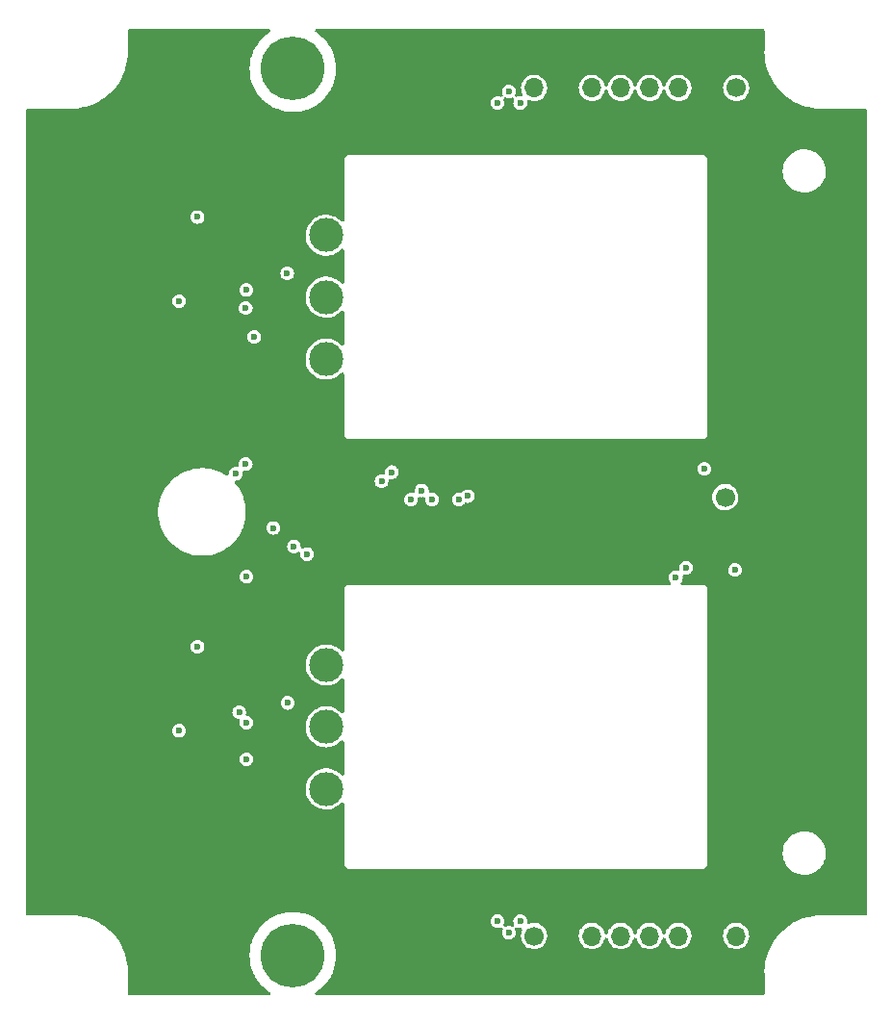
<source format=gbr>
%TF.GenerationSoftware,KiCad,Pcbnew,(6.0.1-0)*%
%TF.CreationDate,2024-02-14T13:59:27+01:00*%
%TF.ProjectId,dcload-power-board,64636c6f-6164-42d7-906f-7765722d626f,rev?*%
%TF.SameCoordinates,Original*%
%TF.FileFunction,Copper,L2,Inr*%
%TF.FilePolarity,Positive*%
%FSLAX46Y46*%
G04 Gerber Fmt 4.6, Leading zero omitted, Abs format (unit mm)*
G04 Created by KiCad (PCBNEW (6.0.1-0)) date 2024-02-14 13:59:27*
%MOMM*%
%LPD*%
G01*
G04 APERTURE LIST*
%TA.AperFunction,ComponentPad*%
%ADD10C,3.000000*%
%TD*%
%TA.AperFunction,ComponentPad*%
%ADD11C,5.600000*%
%TD*%
%TA.AperFunction,ComponentPad*%
%ADD12C,1.700000*%
%TD*%
%TA.AperFunction,ComponentPad*%
%ADD13O,1.700000X1.700000*%
%TD*%
%TA.AperFunction,ViaPad*%
%ADD14C,0.600000*%
%TD*%
%TA.AperFunction,ViaPad*%
%ADD15C,0.800000*%
%TD*%
G04 APERTURE END LIST*
D10*
%TO.N,/2. Current Sink 1/GATE*%
%TO.C,Q200*%
X126920000Y-70650000D03*
%TO.N,IN+*%
X126920000Y-76100000D03*
%TO.N,/2. Current Sink 1/SOURCE*%
X126920000Y-81550000D03*
%TD*%
D11*
%TO.N,IN+*%
%TO.C,H105*%
X124000000Y-134000000D03*
%TD*%
%TO.N,GND*%
%TO.C,H106*%
X114000000Y-134000000D03*
%TD*%
%TO.N,GND*%
%TO.C,H104*%
X114000000Y-56000000D03*
%TD*%
D10*
%TO.N,/3. Current Sink 2/GATE*%
%TO.C,Q300*%
X126920000Y-108450000D03*
%TO.N,IN+*%
X126920000Y-113900000D03*
%TO.N,/3. Current Sink 2/SOURCE*%
X126920000Y-119350000D03*
%TD*%
D11*
%TO.N,IN+*%
%TO.C,H103*%
X124000000Y-56000000D03*
%TD*%
D12*
%TO.N,/NTC*%
%TO.C,J103*%
X162037500Y-93692500D03*
D13*
%TO.N,GND*%
X162037500Y-96232500D03*
%TD*%
D12*
%TO.N,/NTC*%
%TO.C,J100*%
X163000000Y-57700000D03*
D13*
%TO.N,GND*%
X160460000Y-57700000D03*
%TO.N,/EN*%
X157920000Y-57700000D03*
%TO.N,/ISET*%
X155380000Y-57700000D03*
%TO.N,/ISEN2*%
X152840000Y-57700000D03*
%TO.N,/ISEN1*%
X150300000Y-57700000D03*
%TO.N,GND*%
X147760000Y-57700000D03*
%TO.N,+12V*%
X145220000Y-57700000D03*
%TD*%
D12*
%TO.N,+12V*%
%TO.C,J101*%
X145220000Y-132300000D03*
D13*
%TO.N,GND*%
X147760000Y-132300000D03*
%TO.N,/ISEN1*%
X150300000Y-132300000D03*
%TO.N,/ISEN2*%
X152840000Y-132300000D03*
%TO.N,/ISET*%
X155380000Y-132300000D03*
%TO.N,/EN*%
X157920000Y-132300000D03*
%TO.N,GND*%
X160460000Y-132300000D03*
%TO.N,/NTC*%
X163000000Y-132300000D03*
%TD*%
D14*
%TO.N,+5V*%
X136250000Y-93900000D03*
X135350000Y-93100000D03*
X123530000Y-111800000D03*
X123500000Y-74000000D03*
X134400000Y-93900000D03*
%TO.N,+12V*%
X114000000Y-76450000D03*
X143000000Y-132000000D03*
X132700000Y-91500000D03*
X124090000Y-98020000D03*
X142000000Y-59000000D03*
X115612500Y-106850000D03*
X114000000Y-114250000D03*
X143000000Y-58000000D03*
X131800000Y-92300000D03*
X144000000Y-59000000D03*
X142000000Y-131000000D03*
X125260000Y-98700000D03*
X139400000Y-93600000D03*
X138600000Y-93900000D03*
X144000000Y-131000000D03*
X115612500Y-69050000D03*
%TO.N,EA_OFFSET*%
X120600000Y-79600000D03*
X122300000Y-96400000D03*
X119925000Y-116750000D03*
%TO.N,/EN*%
X162900000Y-100100000D03*
%TO.N,/ISET*%
X158600000Y-99900000D03*
%TO.N,/ISEN2*%
X157700000Y-100750000D03*
X119925000Y-113524500D03*
X119925000Y-100700000D03*
%TO.N,/ISEN1*%
X119850000Y-90800000D03*
X119850000Y-77075000D03*
X160200000Y-91200000D03*
%TO.N,/ISET_BUF*%
X119925000Y-75475500D03*
X118950000Y-91650000D03*
X119275000Y-112600000D03*
D15*
%TO.N,GND*%
X112000000Y-90000000D03*
X112000000Y-89100000D03*
D14*
X126600000Y-93700000D03*
X136800000Y-92200000D03*
D15*
X112900000Y-127800000D03*
D14*
X134600000Y-96200000D03*
D15*
X111100000Y-89100000D03*
D14*
X142000000Y-136500000D03*
X115300000Y-79775000D03*
D15*
X112900000Y-126900000D03*
X112000000Y-88200000D03*
D14*
X143000000Y-54500000D03*
X115675000Y-117250000D03*
D15*
X112000000Y-125100000D03*
D14*
X127225000Y-66025000D03*
D15*
X113800000Y-89100000D03*
D14*
X137650000Y-92250000D03*
X127255000Y-103825000D03*
D15*
X112000000Y-126900000D03*
X114700000Y-126900000D03*
D14*
X120525000Y-115800000D03*
D15*
X111100000Y-126900000D03*
D14*
X142000000Y-53500000D03*
X143000000Y-53500000D03*
X125300000Y-96900000D03*
D15*
X123650000Y-66725000D03*
D14*
X135200000Y-91525000D03*
X113325000Y-79600000D03*
D15*
X113800000Y-127800000D03*
D14*
X131120000Y-99490000D03*
D15*
X111100000Y-90000000D03*
X111100000Y-88200000D03*
D14*
X120900000Y-68600000D03*
X128750000Y-94070000D03*
X114275000Y-79775000D03*
X121730000Y-111800000D03*
X129500000Y-91400000D03*
X113100000Y-78850000D03*
X120525000Y-78000000D03*
D15*
X112000000Y-127800000D03*
X112000000Y-126000000D03*
D14*
X157000000Y-95350000D03*
D15*
X111100000Y-87300000D03*
X112000000Y-87300000D03*
X117212500Y-69050000D03*
D14*
X138300000Y-97050000D03*
X113100000Y-116650000D03*
D15*
X117212500Y-106850000D03*
D14*
X134400000Y-98800000D03*
D15*
X112900000Y-90000000D03*
X111100000Y-127800000D03*
D14*
X121400000Y-95300000D03*
D15*
X114700000Y-89100000D03*
D14*
X143000000Y-136500000D03*
X121650000Y-105675000D03*
D15*
X111100000Y-126000000D03*
D14*
X121700000Y-74000000D03*
X143000000Y-135500000D03*
D15*
X113800000Y-126900000D03*
X113800000Y-90000000D03*
D14*
X137400000Y-94250000D03*
D15*
X114700000Y-90000000D03*
X114700000Y-127800000D03*
X123680000Y-104525000D03*
X112900000Y-89100000D03*
X111100000Y-125100000D03*
%TD*%
%TA.AperFunction,Conductor*%
%TO.N,GND*%
G36*
X116800000Y-56000000D02*
G01*
X116800000Y-66150000D01*
X116100000Y-66850000D01*
X114850000Y-66850000D01*
X113350000Y-68350000D01*
X113350000Y-71000000D01*
X112650000Y-71000000D01*
X111600000Y-72050000D01*
X111600000Y-85700000D01*
X112500000Y-86560000D01*
X115400000Y-86560000D01*
X115780000Y-86900000D01*
X115780000Y-91155696D01*
X115614153Y-91164098D01*
X115610383Y-91164289D01*
X115606658Y-91164859D01*
X115228485Y-91222728D01*
X115228481Y-91222729D01*
X115224755Y-91223299D01*
X115221101Y-91224244D01*
X115221096Y-91224245D01*
X115046773Y-91269328D01*
X114847064Y-91320976D01*
X114481177Y-91456321D01*
X114477788Y-91457981D01*
X114477784Y-91457983D01*
X114306009Y-91542135D01*
X114130842Y-91627949D01*
X113799644Y-91834102D01*
X113490974Y-92072669D01*
X113330372Y-92225075D01*
X113210726Y-92338614D01*
X113210721Y-92338619D01*
X113207993Y-92341208D01*
X112953598Y-92636969D01*
X112730395Y-92956924D01*
X112540667Y-93297797D01*
X112386358Y-93656099D01*
X112269048Y-94028160D01*
X112189937Y-94410171D01*
X112149836Y-94798221D01*
X112149829Y-94801984D01*
X112149829Y-94801992D01*
X112149495Y-94993280D01*
X112149155Y-95188338D01*
X112149530Y-95192094D01*
X112149530Y-95192096D01*
X112187527Y-95572779D01*
X112187901Y-95576526D01*
X112265678Y-95958811D01*
X112381689Y-96331279D01*
X112534746Y-96690117D01*
X112723283Y-97031651D01*
X112945368Y-97352383D01*
X113198729Y-97649030D01*
X113480771Y-97918555D01*
X113483755Y-97920878D01*
X113785630Y-98155882D01*
X113785640Y-98155889D01*
X113788606Y-98158198D01*
X114119082Y-98365506D01*
X114468817Y-98538355D01*
X114472344Y-98539674D01*
X114472354Y-98539678D01*
X114830692Y-98673655D01*
X114830700Y-98673657D01*
X114834229Y-98674977D01*
X114837871Y-98675932D01*
X114837879Y-98675935D01*
X114996337Y-98717505D01*
X115211576Y-98773972D01*
X115215294Y-98774554D01*
X115215293Y-98774554D01*
X115593265Y-98833743D01*
X115593270Y-98833744D01*
X115596996Y-98834327D01*
X115704068Y-98840126D01*
X115800000Y-98845322D01*
X115800000Y-103650000D01*
X113400000Y-106050000D01*
X113400000Y-108850000D01*
X112700000Y-108850000D01*
X111650000Y-109900000D01*
X111650000Y-123550000D01*
X112400000Y-124360000D01*
X115350000Y-124360000D01*
X115760000Y-124800000D01*
X115760000Y-127600000D01*
X116800000Y-128500000D01*
X116800000Y-134000000D01*
X114000000Y-136800000D01*
X109500000Y-136800000D01*
X109500000Y-135554454D01*
X109502065Y-135529734D01*
X109504036Y-135518018D01*
X109504991Y-135512342D01*
X109505142Y-135500000D01*
X109504326Y-135494304D01*
X109503952Y-135488558D01*
X109504034Y-135488553D01*
X109503612Y-135483974D01*
X109487310Y-135089821D01*
X109487183Y-135086750D01*
X109436024Y-134676323D01*
X109351146Y-134271523D01*
X109350269Y-134268576D01*
X109234009Y-133878065D01*
X109234006Y-133878055D01*
X109233130Y-133875114D01*
X109082782Y-133489805D01*
X108901129Y-133118228D01*
X108689412Y-132762921D01*
X108449077Y-132426310D01*
X108181765Y-132110696D01*
X107889304Y-131818235D01*
X107573690Y-131550923D01*
X107509517Y-131505104D01*
X107393403Y-131422201D01*
X107237079Y-131310588D01*
X106881772Y-131098871D01*
X106510195Y-130917218D01*
X106507341Y-130916104D01*
X106507331Y-130916100D01*
X106127757Y-130767990D01*
X106127751Y-130767988D01*
X106124886Y-130766870D01*
X106121945Y-130765994D01*
X106121935Y-130765991D01*
X105731424Y-130649731D01*
X105731416Y-130649729D01*
X105728477Y-130648854D01*
X105539217Y-130609170D01*
X105326693Y-130564608D01*
X105326684Y-130564606D01*
X105323677Y-130563976D01*
X105232098Y-130552561D01*
X104916300Y-130513197D01*
X104916296Y-130513197D01*
X104913250Y-130512817D01*
X104910181Y-130512690D01*
X104910180Y-130512690D01*
X104531349Y-130497021D01*
X104523773Y-130496233D01*
X104523751Y-130496478D01*
X104518021Y-130495964D01*
X104512342Y-130495009D01*
X104506145Y-130494933D01*
X104505754Y-130494928D01*
X104505749Y-130494928D01*
X104500000Y-130494858D01*
X104494302Y-130495674D01*
X104474604Y-130498495D01*
X104453481Y-130500000D01*
X101000000Y-130500000D01*
X101000000Y-59500000D01*
X104445546Y-59500000D01*
X104470266Y-59502065D01*
X104487658Y-59504991D01*
X104493822Y-59505066D01*
X104494246Y-59505072D01*
X104494251Y-59505072D01*
X104500000Y-59505142D01*
X104505696Y-59504326D01*
X104511442Y-59503952D01*
X104511447Y-59504034D01*
X104516022Y-59503612D01*
X104913250Y-59487183D01*
X104916296Y-59486803D01*
X104916300Y-59486803D01*
X105320620Y-59436405D01*
X105320619Y-59436405D01*
X105323677Y-59436024D01*
X105326684Y-59435394D01*
X105326693Y-59435392D01*
X105539217Y-59390830D01*
X105728477Y-59351146D01*
X105731416Y-59350271D01*
X105731424Y-59350269D01*
X106121935Y-59234009D01*
X106121945Y-59234006D01*
X106124886Y-59233130D01*
X106127751Y-59232012D01*
X106127757Y-59232010D01*
X106507331Y-59083900D01*
X106507341Y-59083896D01*
X106510195Y-59082782D01*
X106535945Y-59070194D01*
X106878996Y-58902486D01*
X106881772Y-58901129D01*
X107237079Y-58689412D01*
X107504313Y-58498611D01*
X107571175Y-58450873D01*
X107571180Y-58450869D01*
X107573690Y-58449077D01*
X107889304Y-58181765D01*
X108181765Y-57889304D01*
X108449077Y-57573690D01*
X108689412Y-57237079D01*
X108901129Y-56881772D01*
X109082782Y-56510195D01*
X109233130Y-56124886D01*
X109270311Y-56000000D01*
X109350269Y-55731424D01*
X109350271Y-55731416D01*
X109351146Y-55728477D01*
X109436024Y-55323677D01*
X109487183Y-54913250D01*
X109502979Y-54531349D01*
X109503767Y-54523773D01*
X109503522Y-54523751D01*
X109504036Y-54518021D01*
X109504991Y-54512342D01*
X109505142Y-54500000D01*
X109501505Y-54474604D01*
X109500000Y-54453481D01*
X109500000Y-53200000D01*
X114000000Y-53200000D01*
X116800000Y-56000000D01*
G37*
%TD.AperFunction*%
%TD*%
%TA.AperFunction,Conductor*%
%TO.N,GND*%
G36*
X121976224Y-52519962D02*
G01*
X122030762Y-52574500D01*
X122050724Y-52649000D01*
X122030762Y-52723500D01*
X121986550Y-52771497D01*
X121678163Y-52985034D01*
X121385368Y-53235104D01*
X121382761Y-53237832D01*
X121382760Y-53237833D01*
X121121950Y-53510755D01*
X121121942Y-53510765D01*
X121119343Y-53513484D01*
X120882812Y-53817321D01*
X120880810Y-53820512D01*
X120880804Y-53820521D01*
X120755827Y-54019753D01*
X120678196Y-54143507D01*
X120672460Y-54155113D01*
X120514558Y-54474604D01*
X120507591Y-54488700D01*
X120506268Y-54492238D01*
X120506266Y-54492243D01*
X120492137Y-54530034D01*
X120372743Y-54849366D01*
X120371788Y-54853008D01*
X120371785Y-54853016D01*
X120355183Y-54916300D01*
X120275034Y-55221814D01*
X120274452Y-55225531D01*
X120216649Y-55594652D01*
X120215462Y-55602229D01*
X120194639Y-55986717D01*
X120194816Y-55990471D01*
X120194816Y-55990477D01*
X120204408Y-56193861D01*
X120212778Y-56371340D01*
X120269692Y-56752162D01*
X120270622Y-56755812D01*
X120270623Y-56755815D01*
X120363866Y-57121623D01*
X120364799Y-57125283D01*
X120404741Y-57234428D01*
X120495124Y-57481410D01*
X120497126Y-57486882D01*
X120498774Y-57490276D01*
X120498777Y-57490283D01*
X120585924Y-57669754D01*
X120665317Y-57833258D01*
X120667299Y-57836467D01*
X120667300Y-57836469D01*
X120865117Y-58156762D01*
X120867650Y-58160864D01*
X120961587Y-58283285D01*
X121085537Y-58444819D01*
X121102054Y-58466345D01*
X121104633Y-58469082D01*
X121104640Y-58469090D01*
X121268938Y-58643438D01*
X121366129Y-58746575D01*
X121420572Y-58793735D01*
X121654313Y-58996208D01*
X121654319Y-58996213D01*
X121657172Y-58998684D01*
X121660264Y-59000857D01*
X121969114Y-59217921D01*
X121969122Y-59217926D01*
X121972201Y-59220090D01*
X121975489Y-59221935D01*
X121975492Y-59221937D01*
X122304698Y-59406679D01*
X122304706Y-59406683D01*
X122307992Y-59408527D01*
X122661107Y-59562066D01*
X123027931Y-59679134D01*
X123031620Y-59679911D01*
X123031626Y-59679913D01*
X123372429Y-59751731D01*
X123404707Y-59758533D01*
X123408456Y-59758934D01*
X123408458Y-59758934D01*
X123783833Y-59799051D01*
X123783838Y-59799051D01*
X123787578Y-59799451D01*
X123791335Y-59799471D01*
X123791341Y-59799471D01*
X124010972Y-59800621D01*
X124172624Y-59801467D01*
X124176380Y-59801105D01*
X124176387Y-59801105D01*
X124552154Y-59764922D01*
X124552156Y-59764922D01*
X124555902Y-59764561D01*
X124634406Y-59748875D01*
X124929797Y-59689850D01*
X124929802Y-59689849D01*
X124933489Y-59689112D01*
X125208826Y-59604407D01*
X125297917Y-59576999D01*
X125297920Y-59576998D01*
X125301518Y-59575891D01*
X125631729Y-59436405D01*
X125652753Y-59427524D01*
X125652754Y-59427523D01*
X125656221Y-59426059D01*
X125993968Y-59241148D01*
X126311298Y-59023053D01*
X126338482Y-59000000D01*
X141394318Y-59000000D01*
X141395593Y-59009685D01*
X141405364Y-59083900D01*
X141414956Y-59156762D01*
X141475464Y-59302841D01*
X141571718Y-59428282D01*
X141697159Y-59524536D01*
X141706182Y-59528274D01*
X141706183Y-59528274D01*
X141821141Y-59575891D01*
X141843238Y-59585044D01*
X141852919Y-59586319D01*
X141852921Y-59586319D01*
X141990315Y-59604407D01*
X142000000Y-59605682D01*
X142009685Y-59604407D01*
X142147079Y-59586319D01*
X142147081Y-59586319D01*
X142156762Y-59585044D01*
X142178859Y-59575891D01*
X142293817Y-59528274D01*
X142293818Y-59528274D01*
X142302841Y-59524536D01*
X142428282Y-59428282D01*
X142524536Y-59302841D01*
X142585044Y-59156762D01*
X142594637Y-59083900D01*
X142604407Y-59009685D01*
X142605682Y-59000000D01*
X142600388Y-58959785D01*
X142586319Y-58852921D01*
X142586319Y-58852919D01*
X142585044Y-58843238D01*
X142540131Y-58734808D01*
X142530064Y-58658341D01*
X142559579Y-58587084D01*
X142620769Y-58540131D01*
X142697237Y-58530064D01*
X142734808Y-58540131D01*
X142843238Y-58585044D01*
X142852919Y-58586319D01*
X142852921Y-58586319D01*
X142990315Y-58604407D01*
X143000000Y-58605682D01*
X143009685Y-58604407D01*
X143147079Y-58586319D01*
X143147081Y-58586319D01*
X143156762Y-58585044D01*
X143265192Y-58540131D01*
X143341659Y-58530064D01*
X143412916Y-58559579D01*
X143459869Y-58620769D01*
X143469936Y-58697237D01*
X143459869Y-58734808D01*
X143414956Y-58843238D01*
X143413681Y-58852919D01*
X143413681Y-58852921D01*
X143399612Y-58959785D01*
X143394318Y-59000000D01*
X143395593Y-59009685D01*
X143405364Y-59083900D01*
X143414956Y-59156762D01*
X143475464Y-59302841D01*
X143571718Y-59428282D01*
X143697159Y-59524536D01*
X143706182Y-59528274D01*
X143706183Y-59528274D01*
X143821141Y-59575891D01*
X143843238Y-59585044D01*
X143852919Y-59586319D01*
X143852921Y-59586319D01*
X143990315Y-59604407D01*
X144000000Y-59605682D01*
X144009685Y-59604407D01*
X144147079Y-59586319D01*
X144147081Y-59586319D01*
X144156762Y-59585044D01*
X144178859Y-59575891D01*
X144293817Y-59528274D01*
X144293818Y-59528274D01*
X144302841Y-59524536D01*
X144428282Y-59428282D01*
X144524536Y-59302841D01*
X144585044Y-59156762D01*
X144594637Y-59083900D01*
X144604407Y-59009685D01*
X144605682Y-59000000D01*
X144600388Y-58959785D01*
X144596393Y-58929440D01*
X144606460Y-58852971D01*
X144653413Y-58791782D01*
X144724670Y-58762267D01*
X144802934Y-58773092D01*
X144862953Y-58798878D01*
X145069186Y-58845544D01*
X145120544Y-58847562D01*
X145273641Y-58853578D01*
X145273645Y-58853578D01*
X145280470Y-58853846D01*
X145489730Y-58823504D01*
X145496187Y-58821312D01*
X145496192Y-58821311D01*
X145670129Y-58762267D01*
X145689955Y-58755537D01*
X145805210Y-58690991D01*
X145868481Y-58655558D01*
X145868486Y-58655554D01*
X145874442Y-58652219D01*
X146037012Y-58517012D01*
X146172219Y-58354442D01*
X146175554Y-58348486D01*
X146175558Y-58348481D01*
X146262325Y-58193546D01*
X146275537Y-58169955D01*
X146306389Y-58079068D01*
X146341311Y-57976192D01*
X146341312Y-57976187D01*
X146343504Y-57969730D01*
X146373846Y-57760470D01*
X146375429Y-57700000D01*
X146374701Y-57692070D01*
X146372650Y-57669754D01*
X149144967Y-57669754D01*
X149145414Y-57676572D01*
X149158010Y-57868751D01*
X149158796Y-57880749D01*
X149210845Y-58085690D01*
X149213703Y-58091890D01*
X149213705Y-58091895D01*
X149271606Y-58217492D01*
X149299369Y-58277714D01*
X149303305Y-58283284D01*
X149303306Y-58283285D01*
X149394920Y-58412916D01*
X149421405Y-58450391D01*
X149572865Y-58597937D01*
X149748677Y-58715411D01*
X149754945Y-58718104D01*
X149754947Y-58718105D01*
X149793827Y-58734809D01*
X149942953Y-58798878D01*
X150149186Y-58845544D01*
X150200544Y-58847562D01*
X150353641Y-58853578D01*
X150353645Y-58853578D01*
X150360470Y-58853846D01*
X150569730Y-58823504D01*
X150576187Y-58821312D01*
X150576192Y-58821311D01*
X150750129Y-58762267D01*
X150769955Y-58755537D01*
X150885210Y-58690991D01*
X150948481Y-58655558D01*
X150948486Y-58655554D01*
X150954442Y-58652219D01*
X151117012Y-58517012D01*
X151252219Y-58354442D01*
X151255554Y-58348486D01*
X151255558Y-58348481D01*
X151342325Y-58193546D01*
X151355537Y-58169955D01*
X151386389Y-58079068D01*
X151421311Y-57976192D01*
X151421312Y-57976187D01*
X151423504Y-57969730D01*
X151424483Y-57962977D01*
X151426079Y-57956329D01*
X151427585Y-57956691D01*
X151454723Y-57893523D01*
X151516521Y-57847374D01*
X151593114Y-57838306D01*
X151663979Y-57868751D01*
X151710128Y-57930549D01*
X151716152Y-57949088D01*
X151726623Y-57990315D01*
X151750845Y-58085690D01*
X151753703Y-58091890D01*
X151753705Y-58091895D01*
X151811606Y-58217492D01*
X151839369Y-58277714D01*
X151843305Y-58283284D01*
X151843306Y-58283285D01*
X151934920Y-58412916D01*
X151961405Y-58450391D01*
X152112865Y-58597937D01*
X152288677Y-58715411D01*
X152294945Y-58718104D01*
X152294947Y-58718105D01*
X152333827Y-58734809D01*
X152482953Y-58798878D01*
X152689186Y-58845544D01*
X152740544Y-58847562D01*
X152893641Y-58853578D01*
X152893645Y-58853578D01*
X152900470Y-58853846D01*
X153109730Y-58823504D01*
X153116187Y-58821312D01*
X153116192Y-58821311D01*
X153290129Y-58762267D01*
X153309955Y-58755537D01*
X153425210Y-58690991D01*
X153488481Y-58655558D01*
X153488486Y-58655554D01*
X153494442Y-58652219D01*
X153657012Y-58517012D01*
X153792219Y-58354442D01*
X153795554Y-58348486D01*
X153795558Y-58348481D01*
X153882325Y-58193546D01*
X153895537Y-58169955D01*
X153926389Y-58079068D01*
X153961311Y-57976192D01*
X153961312Y-57976187D01*
X153963504Y-57969730D01*
X153964483Y-57962977D01*
X153966079Y-57956329D01*
X153967585Y-57956691D01*
X153994723Y-57893523D01*
X154056521Y-57847374D01*
X154133114Y-57838306D01*
X154203979Y-57868751D01*
X154250128Y-57930549D01*
X154256152Y-57949088D01*
X154266623Y-57990315D01*
X154290845Y-58085690D01*
X154293703Y-58091890D01*
X154293705Y-58091895D01*
X154351606Y-58217492D01*
X154379369Y-58277714D01*
X154383305Y-58283284D01*
X154383306Y-58283285D01*
X154474920Y-58412916D01*
X154501405Y-58450391D01*
X154652865Y-58597937D01*
X154828677Y-58715411D01*
X154834945Y-58718104D01*
X154834947Y-58718105D01*
X154873827Y-58734809D01*
X155022953Y-58798878D01*
X155229186Y-58845544D01*
X155280544Y-58847562D01*
X155433641Y-58853578D01*
X155433645Y-58853578D01*
X155440470Y-58853846D01*
X155649730Y-58823504D01*
X155656187Y-58821312D01*
X155656192Y-58821311D01*
X155830129Y-58762267D01*
X155849955Y-58755537D01*
X155965210Y-58690991D01*
X156028481Y-58655558D01*
X156028486Y-58655554D01*
X156034442Y-58652219D01*
X156197012Y-58517012D01*
X156332219Y-58354442D01*
X156335554Y-58348486D01*
X156335558Y-58348481D01*
X156422325Y-58193546D01*
X156435537Y-58169955D01*
X156466389Y-58079068D01*
X156501311Y-57976192D01*
X156501312Y-57976187D01*
X156503504Y-57969730D01*
X156504483Y-57962977D01*
X156506079Y-57956329D01*
X156507585Y-57956691D01*
X156534723Y-57893523D01*
X156596521Y-57847374D01*
X156673114Y-57838306D01*
X156743979Y-57868751D01*
X156790128Y-57930549D01*
X156796152Y-57949088D01*
X156806623Y-57990315D01*
X156830845Y-58085690D01*
X156833703Y-58091890D01*
X156833705Y-58091895D01*
X156891606Y-58217492D01*
X156919369Y-58277714D01*
X156923305Y-58283284D01*
X156923306Y-58283285D01*
X157014920Y-58412916D01*
X157041405Y-58450391D01*
X157192865Y-58597937D01*
X157368677Y-58715411D01*
X157374945Y-58718104D01*
X157374947Y-58718105D01*
X157413827Y-58734809D01*
X157562953Y-58798878D01*
X157769186Y-58845544D01*
X157820544Y-58847562D01*
X157973641Y-58853578D01*
X157973645Y-58853578D01*
X157980470Y-58853846D01*
X158189730Y-58823504D01*
X158196187Y-58821312D01*
X158196192Y-58821311D01*
X158370129Y-58762267D01*
X158389955Y-58755537D01*
X158505210Y-58690991D01*
X158568481Y-58655558D01*
X158568486Y-58655554D01*
X158574442Y-58652219D01*
X158737012Y-58517012D01*
X158872219Y-58354442D01*
X158875554Y-58348486D01*
X158875558Y-58348481D01*
X158962325Y-58193546D01*
X158975537Y-58169955D01*
X159006389Y-58079068D01*
X159041311Y-57976192D01*
X159041312Y-57976187D01*
X159043504Y-57969730D01*
X159073846Y-57760470D01*
X159075429Y-57700000D01*
X159074701Y-57692070D01*
X159072650Y-57669754D01*
X161844967Y-57669754D01*
X161845414Y-57676572D01*
X161858010Y-57868751D01*
X161858796Y-57880749D01*
X161910845Y-58085690D01*
X161913703Y-58091890D01*
X161913705Y-58091895D01*
X161971606Y-58217492D01*
X161999369Y-58277714D01*
X162003305Y-58283284D01*
X162003306Y-58283285D01*
X162094920Y-58412916D01*
X162121405Y-58450391D01*
X162272865Y-58597937D01*
X162448677Y-58715411D01*
X162454945Y-58718104D01*
X162454947Y-58718105D01*
X162493827Y-58734809D01*
X162642953Y-58798878D01*
X162849186Y-58845544D01*
X162900544Y-58847562D01*
X163053641Y-58853578D01*
X163053645Y-58853578D01*
X163060470Y-58853846D01*
X163269730Y-58823504D01*
X163276187Y-58821312D01*
X163276192Y-58821311D01*
X163450129Y-58762267D01*
X163469955Y-58755537D01*
X163585210Y-58690991D01*
X163648481Y-58655558D01*
X163648486Y-58655554D01*
X163654442Y-58652219D01*
X163817012Y-58517012D01*
X163952219Y-58354442D01*
X163955554Y-58348486D01*
X163955558Y-58348481D01*
X164042325Y-58193546D01*
X164055537Y-58169955D01*
X164086389Y-58079068D01*
X164121311Y-57976192D01*
X164121312Y-57976187D01*
X164123504Y-57969730D01*
X164153846Y-57760470D01*
X164155429Y-57700000D01*
X164154701Y-57692070D01*
X164136706Y-57496242D01*
X164136081Y-57489440D01*
X164078686Y-57285931D01*
X163985165Y-57096290D01*
X163981084Y-57090825D01*
X163981081Y-57090820D01*
X163862739Y-56932341D01*
X163862737Y-56932339D01*
X163858651Y-56926867D01*
X163703381Y-56783337D01*
X163524554Y-56670505D01*
X163518215Y-56667976D01*
X163518209Y-56667973D01*
X163334504Y-56594683D01*
X163328160Y-56592152D01*
X163273713Y-56581322D01*
X163127478Y-56552234D01*
X163127475Y-56552234D01*
X163120775Y-56550901D01*
X163015060Y-56549517D01*
X162916180Y-56548222D01*
X162916175Y-56548222D01*
X162909346Y-56548133D01*
X162902613Y-56549290D01*
X162902612Y-56549290D01*
X162707684Y-56582784D01*
X162707680Y-56582785D01*
X162700953Y-56583941D01*
X162502575Y-56657127D01*
X162496702Y-56660621D01*
X162336695Y-56755815D01*
X162320856Y-56765238D01*
X162291270Y-56791184D01*
X162167022Y-56900146D01*
X162167019Y-56900149D01*
X162161881Y-56904655D01*
X162106189Y-56975300D01*
X162035207Y-57065340D01*
X162035203Y-57065346D01*
X162030976Y-57070708D01*
X162027797Y-57076751D01*
X162027794Y-57076755D01*
X162000397Y-57128829D01*
X161932523Y-57257836D01*
X161921757Y-57292509D01*
X161871844Y-57453253D01*
X161871843Y-57453258D01*
X161869820Y-57459773D01*
X161869018Y-57466550D01*
X161869017Y-57466554D01*
X161855653Y-57579467D01*
X161844967Y-57669754D01*
X159072650Y-57669754D01*
X159056706Y-57496242D01*
X159056081Y-57489440D01*
X158998686Y-57285931D01*
X158905165Y-57096290D01*
X158901084Y-57090825D01*
X158901081Y-57090820D01*
X158782739Y-56932341D01*
X158782737Y-56932339D01*
X158778651Y-56926867D01*
X158623381Y-56783337D01*
X158444554Y-56670505D01*
X158438215Y-56667976D01*
X158438209Y-56667973D01*
X158254504Y-56594683D01*
X158248160Y-56592152D01*
X158193713Y-56581322D01*
X158047478Y-56552234D01*
X158047475Y-56552234D01*
X158040775Y-56550901D01*
X157935060Y-56549517D01*
X157836180Y-56548222D01*
X157836175Y-56548222D01*
X157829346Y-56548133D01*
X157822613Y-56549290D01*
X157822612Y-56549290D01*
X157627684Y-56582784D01*
X157627680Y-56582785D01*
X157620953Y-56583941D01*
X157422575Y-56657127D01*
X157416702Y-56660621D01*
X157256695Y-56755815D01*
X157240856Y-56765238D01*
X157211270Y-56791184D01*
X157087022Y-56900146D01*
X157087019Y-56900149D01*
X157081881Y-56904655D01*
X157026189Y-56975300D01*
X156955207Y-57065340D01*
X156955203Y-57065346D01*
X156950976Y-57070708D01*
X156947797Y-57076751D01*
X156947794Y-57076755D01*
X156920397Y-57128829D01*
X156852523Y-57257836D01*
X156850499Y-57264356D01*
X156850496Y-57264362D01*
X156791153Y-57455480D01*
X156749997Y-57520710D01*
X156681739Y-57556622D01*
X156604671Y-57553594D01*
X156539441Y-57512438D01*
X156505449Y-57451741D01*
X156460541Y-57292509D01*
X156458686Y-57285931D01*
X156365165Y-57096290D01*
X156361084Y-57090825D01*
X156361081Y-57090820D01*
X156242739Y-56932341D01*
X156242737Y-56932339D01*
X156238651Y-56926867D01*
X156083381Y-56783337D01*
X155904554Y-56670505D01*
X155898215Y-56667976D01*
X155898209Y-56667973D01*
X155714504Y-56594683D01*
X155708160Y-56592152D01*
X155653713Y-56581322D01*
X155507478Y-56552234D01*
X155507475Y-56552234D01*
X155500775Y-56550901D01*
X155395060Y-56549517D01*
X155296180Y-56548222D01*
X155296175Y-56548222D01*
X155289346Y-56548133D01*
X155282613Y-56549290D01*
X155282612Y-56549290D01*
X155087684Y-56582784D01*
X155087680Y-56582785D01*
X155080953Y-56583941D01*
X154882575Y-56657127D01*
X154876702Y-56660621D01*
X154716695Y-56755815D01*
X154700856Y-56765238D01*
X154671270Y-56791184D01*
X154547022Y-56900146D01*
X154547019Y-56900149D01*
X154541881Y-56904655D01*
X154486189Y-56975300D01*
X154415207Y-57065340D01*
X154415203Y-57065346D01*
X154410976Y-57070708D01*
X154407797Y-57076751D01*
X154407794Y-57076755D01*
X154380397Y-57128829D01*
X154312523Y-57257836D01*
X154310499Y-57264356D01*
X154310496Y-57264362D01*
X154251153Y-57455480D01*
X154209997Y-57520710D01*
X154141739Y-57556622D01*
X154064671Y-57553594D01*
X153999441Y-57512438D01*
X153965449Y-57451741D01*
X153920541Y-57292509D01*
X153918686Y-57285931D01*
X153825165Y-57096290D01*
X153821084Y-57090825D01*
X153821081Y-57090820D01*
X153702739Y-56932341D01*
X153702737Y-56932339D01*
X153698651Y-56926867D01*
X153543381Y-56783337D01*
X153364554Y-56670505D01*
X153358215Y-56667976D01*
X153358209Y-56667973D01*
X153174504Y-56594683D01*
X153168160Y-56592152D01*
X153113713Y-56581322D01*
X152967478Y-56552234D01*
X152967475Y-56552234D01*
X152960775Y-56550901D01*
X152855060Y-56549517D01*
X152756180Y-56548222D01*
X152756175Y-56548222D01*
X152749346Y-56548133D01*
X152742613Y-56549290D01*
X152742612Y-56549290D01*
X152547684Y-56582784D01*
X152547680Y-56582785D01*
X152540953Y-56583941D01*
X152342575Y-56657127D01*
X152336702Y-56660621D01*
X152176695Y-56755815D01*
X152160856Y-56765238D01*
X152131270Y-56791184D01*
X152007022Y-56900146D01*
X152007019Y-56900149D01*
X152001881Y-56904655D01*
X151946189Y-56975300D01*
X151875207Y-57065340D01*
X151875203Y-57065346D01*
X151870976Y-57070708D01*
X151867797Y-57076751D01*
X151867794Y-57076755D01*
X151840397Y-57128829D01*
X151772523Y-57257836D01*
X151770499Y-57264356D01*
X151770496Y-57264362D01*
X151711153Y-57455480D01*
X151669997Y-57520710D01*
X151601739Y-57556622D01*
X151524671Y-57553594D01*
X151459441Y-57512438D01*
X151425449Y-57451741D01*
X151380541Y-57292509D01*
X151378686Y-57285931D01*
X151285165Y-57096290D01*
X151281084Y-57090825D01*
X151281081Y-57090820D01*
X151162739Y-56932341D01*
X151162737Y-56932339D01*
X151158651Y-56926867D01*
X151003381Y-56783337D01*
X150824554Y-56670505D01*
X150818215Y-56667976D01*
X150818209Y-56667973D01*
X150634504Y-56594683D01*
X150628160Y-56592152D01*
X150573713Y-56581322D01*
X150427478Y-56552234D01*
X150427475Y-56552234D01*
X150420775Y-56550901D01*
X150315060Y-56549517D01*
X150216180Y-56548222D01*
X150216175Y-56548222D01*
X150209346Y-56548133D01*
X150202613Y-56549290D01*
X150202612Y-56549290D01*
X150007684Y-56582784D01*
X150007680Y-56582785D01*
X150000953Y-56583941D01*
X149802575Y-56657127D01*
X149796702Y-56660621D01*
X149636695Y-56755815D01*
X149620856Y-56765238D01*
X149591270Y-56791184D01*
X149467022Y-56900146D01*
X149467019Y-56900149D01*
X149461881Y-56904655D01*
X149406189Y-56975300D01*
X149335207Y-57065340D01*
X149335203Y-57065346D01*
X149330976Y-57070708D01*
X149327797Y-57076751D01*
X149327794Y-57076755D01*
X149300397Y-57128829D01*
X149232523Y-57257836D01*
X149221757Y-57292509D01*
X149171844Y-57453253D01*
X149171843Y-57453258D01*
X149169820Y-57459773D01*
X149169018Y-57466550D01*
X149169017Y-57466554D01*
X149155653Y-57579467D01*
X149144967Y-57669754D01*
X146372650Y-57669754D01*
X146356706Y-57496242D01*
X146356081Y-57489440D01*
X146298686Y-57285931D01*
X146205165Y-57096290D01*
X146201084Y-57090825D01*
X146201081Y-57090820D01*
X146082739Y-56932341D01*
X146082737Y-56932339D01*
X146078651Y-56926867D01*
X145923381Y-56783337D01*
X145744554Y-56670505D01*
X145738215Y-56667976D01*
X145738209Y-56667973D01*
X145554504Y-56594683D01*
X145548160Y-56592152D01*
X145493713Y-56581322D01*
X145347478Y-56552234D01*
X145347475Y-56552234D01*
X145340775Y-56550901D01*
X145235060Y-56549517D01*
X145136180Y-56548222D01*
X145136175Y-56548222D01*
X145129346Y-56548133D01*
X145122613Y-56549290D01*
X145122612Y-56549290D01*
X144927684Y-56582784D01*
X144927680Y-56582785D01*
X144920953Y-56583941D01*
X144722575Y-56657127D01*
X144716702Y-56660621D01*
X144556695Y-56755815D01*
X144540856Y-56765238D01*
X144511270Y-56791184D01*
X144387022Y-56900146D01*
X144387019Y-56900149D01*
X144381881Y-56904655D01*
X144326189Y-56975300D01*
X144255207Y-57065340D01*
X144255203Y-57065346D01*
X144250976Y-57070708D01*
X144247797Y-57076751D01*
X144247794Y-57076755D01*
X144220397Y-57128829D01*
X144152523Y-57257836D01*
X144141757Y-57292509D01*
X144091844Y-57453253D01*
X144091843Y-57453258D01*
X144089820Y-57459773D01*
X144089018Y-57466550D01*
X144089017Y-57466554D01*
X144075653Y-57579467D01*
X144064967Y-57669754D01*
X144065414Y-57676572D01*
X144078010Y-57868751D01*
X144078796Y-57880749D01*
X144130845Y-58085690D01*
X144133703Y-58091890D01*
X144133705Y-58091895D01*
X144177654Y-58187227D01*
X144190716Y-58263241D01*
X144164020Y-58335602D01*
X144104721Y-58384920D01*
X144022893Y-58397332D01*
X144000000Y-58394318D01*
X143990315Y-58395593D01*
X143852921Y-58413681D01*
X143852919Y-58413681D01*
X143843238Y-58414956D01*
X143757691Y-58450391D01*
X143734809Y-58459869D01*
X143658341Y-58469936D01*
X143587084Y-58440421D01*
X143540131Y-58379231D01*
X143530064Y-58302763D01*
X143540131Y-58265191D01*
X143581307Y-58165784D01*
X143585044Y-58156762D01*
X143605682Y-58000000D01*
X143590799Y-57886948D01*
X143586319Y-57852921D01*
X143586319Y-57852919D01*
X143585044Y-57843238D01*
X143524536Y-57697159D01*
X143428282Y-57571718D01*
X143302841Y-57475464D01*
X143281331Y-57466554D01*
X143165784Y-57418693D01*
X143156762Y-57414956D01*
X143147081Y-57413681D01*
X143147079Y-57413681D01*
X143009685Y-57395593D01*
X143000000Y-57394318D01*
X142990315Y-57395593D01*
X142852921Y-57413681D01*
X142852919Y-57413681D01*
X142843238Y-57414956D01*
X142834216Y-57418693D01*
X142718670Y-57466554D01*
X142697159Y-57475464D01*
X142571718Y-57571718D01*
X142475464Y-57697159D01*
X142414956Y-57843238D01*
X142413681Y-57852919D01*
X142413681Y-57852921D01*
X142409201Y-57886948D01*
X142394318Y-58000000D01*
X142414956Y-58156762D01*
X142418693Y-58165784D01*
X142459869Y-58265191D01*
X142469936Y-58341659D01*
X142440421Y-58412916D01*
X142379231Y-58459869D01*
X142302763Y-58469936D01*
X142265191Y-58459869D01*
X142242310Y-58450391D01*
X142156762Y-58414956D01*
X142147081Y-58413681D01*
X142147079Y-58413681D01*
X142009685Y-58395593D01*
X142000000Y-58394318D01*
X141990315Y-58395593D01*
X141852921Y-58413681D01*
X141852919Y-58413681D01*
X141843238Y-58414956D01*
X141834216Y-58418693D01*
X141710505Y-58469936D01*
X141697159Y-58475464D01*
X141571718Y-58571718D01*
X141475464Y-58697159D01*
X141471726Y-58706182D01*
X141471726Y-58706183D01*
X141432706Y-58800386D01*
X141414956Y-58843238D01*
X141413681Y-58852919D01*
X141413681Y-58852921D01*
X141399612Y-58959785D01*
X141394318Y-59000000D01*
X126338482Y-59000000D01*
X126349902Y-58990315D01*
X126602095Y-58776440D01*
X126602096Y-58776439D01*
X126604965Y-58774006D01*
X126622738Y-58755537D01*
X126869344Y-58499276D01*
X126869349Y-58499270D01*
X126871960Y-58496557D01*
X127109550Y-58193546D01*
X127259284Y-57956691D01*
X127313288Y-57871265D01*
X127313291Y-57871260D01*
X127315303Y-57868077D01*
X127327688Y-57843238D01*
X127470589Y-57556622D01*
X127487112Y-57523482D01*
X127623218Y-57163288D01*
X127633331Y-57125283D01*
X127692035Y-56904655D01*
X127722227Y-56791184D01*
X127761143Y-56548222D01*
X127782530Y-56414701D01*
X127782530Y-56414698D01*
X127783126Y-56410979D01*
X127805291Y-56026566D01*
X127805384Y-56000000D01*
X127785903Y-55615442D01*
X127727660Y-55234821D01*
X127725258Y-55225531D01*
X127632196Y-54865688D01*
X127632194Y-54865683D01*
X127631251Y-54862035D01*
X127625257Y-54845829D01*
X127508440Y-54530034D01*
X127497663Y-54500900D01*
X127328264Y-54155113D01*
X127124788Y-53828216D01*
X126889319Y-53523554D01*
X126624267Y-53244248D01*
X126332347Y-52993157D01*
X126329265Y-52991007D01*
X126329256Y-52991000D01*
X126016546Y-52772851D01*
X126017111Y-52772041D01*
X125967607Y-52718966D01*
X125950248Y-52643816D01*
X125972790Y-52570056D01*
X126029192Y-52517449D01*
X126099158Y-52500000D01*
X165351000Y-52500000D01*
X165425500Y-52519962D01*
X165480038Y-52574500D01*
X165500000Y-52649000D01*
X165500000Y-54445546D01*
X165497935Y-54470266D01*
X165495009Y-54487658D01*
X165494939Y-54493411D01*
X165494934Y-54493829D01*
X165494858Y-54500000D01*
X165495674Y-54505696D01*
X165496048Y-54511442D01*
X165495966Y-54511447D01*
X165496388Y-54516022D01*
X165512817Y-54913250D01*
X165563976Y-55323677D01*
X165648854Y-55728477D01*
X165649729Y-55731416D01*
X165649731Y-55731424D01*
X165737599Y-56026566D01*
X165766870Y-56124886D01*
X165767988Y-56127751D01*
X165767990Y-56127757D01*
X165878504Y-56410979D01*
X165917218Y-56510195D01*
X165918568Y-56512957D01*
X165918570Y-56512961D01*
X166037294Y-56755815D01*
X166098871Y-56881772D01*
X166310588Y-57237079D01*
X166440258Y-57418693D01*
X166545270Y-57565772D01*
X166550923Y-57573690D01*
X166818235Y-57889304D01*
X167110696Y-58181765D01*
X167426310Y-58449077D01*
X167428820Y-58450869D01*
X167428825Y-58450873D01*
X167492810Y-58496557D01*
X167762921Y-58689412D01*
X168118228Y-58901129D01*
X168121004Y-58902486D01*
X168464056Y-59070194D01*
X168489805Y-59082782D01*
X168492659Y-59083896D01*
X168492669Y-59083900D01*
X168872243Y-59232010D01*
X168872249Y-59232012D01*
X168875114Y-59233130D01*
X168878055Y-59234006D01*
X168878065Y-59234009D01*
X169268576Y-59350269D01*
X169268584Y-59350271D01*
X169271523Y-59351146D01*
X169460783Y-59390830D01*
X169673307Y-59435392D01*
X169673316Y-59435394D01*
X169676323Y-59436024D01*
X169679381Y-59436405D01*
X169679380Y-59436405D01*
X170083700Y-59486803D01*
X170083704Y-59486803D01*
X170086750Y-59487183D01*
X170089819Y-59487310D01*
X170089820Y-59487310D01*
X170468651Y-59502979D01*
X170476227Y-59503767D01*
X170476249Y-59503522D01*
X170481979Y-59504036D01*
X170487658Y-59504991D01*
X170493855Y-59505067D01*
X170494246Y-59505072D01*
X170494251Y-59505072D01*
X170500000Y-59505142D01*
X170508310Y-59503952D01*
X170525396Y-59501505D01*
X170546519Y-59500000D01*
X174351000Y-59500000D01*
X174425500Y-59519962D01*
X174480038Y-59574500D01*
X174500000Y-59649000D01*
X174500000Y-130351000D01*
X174480038Y-130425500D01*
X174425500Y-130480038D01*
X174351000Y-130500000D01*
X170554454Y-130500000D01*
X170529734Y-130497935D01*
X170522007Y-130496635D01*
X170512342Y-130495009D01*
X170506178Y-130494934D01*
X170505754Y-130494928D01*
X170505749Y-130494928D01*
X170500000Y-130494858D01*
X170494304Y-130495674D01*
X170488558Y-130496048D01*
X170488553Y-130495966D01*
X170483978Y-130496388D01*
X170086750Y-130512817D01*
X170083704Y-130513197D01*
X170083700Y-130513197D01*
X169767902Y-130552561D01*
X169676323Y-130563976D01*
X169673316Y-130564606D01*
X169673307Y-130564608D01*
X169460783Y-130609170D01*
X169271523Y-130648854D01*
X169268584Y-130649729D01*
X169268576Y-130649731D01*
X168878065Y-130765991D01*
X168878055Y-130765994D01*
X168875114Y-130766870D01*
X168872249Y-130767988D01*
X168872243Y-130767990D01*
X168492669Y-130916100D01*
X168492659Y-130916104D01*
X168489805Y-130917218D01*
X168487043Y-130918568D01*
X168487039Y-130918570D01*
X168336932Y-130991953D01*
X168118228Y-131098871D01*
X167762921Y-131310588D01*
X167618530Y-131413681D01*
X167452336Y-131532341D01*
X167426310Y-131550923D01*
X167110696Y-131818235D01*
X166818235Y-132110696D01*
X166550923Y-132426310D01*
X166549131Y-132428820D01*
X166549127Y-132428825D01*
X166480791Y-132524536D01*
X166310588Y-132762921D01*
X166098871Y-133118228D01*
X166097514Y-133121004D01*
X165939593Y-133444037D01*
X165917218Y-133489805D01*
X165916104Y-133492659D01*
X165916100Y-133492669D01*
X165873350Y-133602229D01*
X165766870Y-133875114D01*
X165765994Y-133878055D01*
X165765991Y-133878065D01*
X165649731Y-134268576D01*
X165648854Y-134271523D01*
X165563976Y-134676323D01*
X165512817Y-135086750D01*
X165512690Y-135089819D01*
X165512690Y-135089820D01*
X165497021Y-135468651D01*
X165496233Y-135476227D01*
X165496478Y-135476249D01*
X165495964Y-135481979D01*
X165495009Y-135487658D01*
X165494858Y-135500000D01*
X165495674Y-135505698D01*
X165498495Y-135525396D01*
X165500000Y-135546519D01*
X165500000Y-137351000D01*
X165480038Y-137425500D01*
X165425500Y-137480038D01*
X165351000Y-137500000D01*
X126097195Y-137500000D01*
X126022695Y-137480038D01*
X125968157Y-137425500D01*
X125948195Y-137351000D01*
X125968157Y-137276500D01*
X126012800Y-137228205D01*
X126017423Y-137225028D01*
X126311298Y-137023053D01*
X126604965Y-136774006D01*
X126628978Y-136749053D01*
X126869344Y-136499276D01*
X126869349Y-136499270D01*
X126871960Y-136496557D01*
X127109550Y-136193546D01*
X127315303Y-135868077D01*
X127334358Y-135829860D01*
X127485433Y-135526849D01*
X127487112Y-135523482D01*
X127623218Y-135163288D01*
X127633331Y-135125283D01*
X127721258Y-134794825D01*
X127722227Y-134791184D01*
X127783126Y-134410979D01*
X127805291Y-134026566D01*
X127805384Y-134000000D01*
X127785903Y-133615442D01*
X127727660Y-133234821D01*
X127725258Y-133225531D01*
X127632196Y-132865688D01*
X127632194Y-132865683D01*
X127631251Y-132862035D01*
X127625257Y-132845829D01*
X127520625Y-132562975D01*
X127497663Y-132500900D01*
X127403128Y-132307930D01*
X127329926Y-132158505D01*
X127329924Y-132158501D01*
X127328264Y-132155113D01*
X127124788Y-131828216D01*
X126950646Y-131602902D01*
X126891631Y-131526545D01*
X126891628Y-131526541D01*
X126889319Y-131523554D01*
X126688922Y-131312380D01*
X126626861Y-131246981D01*
X126626856Y-131246976D01*
X126624267Y-131244248D01*
X126340303Y-131000000D01*
X141394318Y-131000000D01*
X141395593Y-131009683D01*
X141395593Y-131009685D01*
X141413007Y-131141954D01*
X141414956Y-131156762D01*
X141418693Y-131165784D01*
X141463581Y-131274152D01*
X141475464Y-131302841D01*
X141571718Y-131428282D01*
X141697159Y-131524536D01*
X141706182Y-131528274D01*
X141706183Y-131528274D01*
X141811066Y-131571718D01*
X141843238Y-131585044D01*
X141852919Y-131586319D01*
X141852921Y-131586319D01*
X141990315Y-131604407D01*
X142000000Y-131605682D01*
X142009685Y-131604407D01*
X142147079Y-131586319D01*
X142147081Y-131586319D01*
X142156762Y-131585044D01*
X142265192Y-131540131D01*
X142341659Y-131530064D01*
X142412916Y-131559579D01*
X142459869Y-131620769D01*
X142469936Y-131697237D01*
X142459869Y-131734808D01*
X142414956Y-131843238D01*
X142413681Y-131852919D01*
X142413681Y-131852921D01*
X142409335Y-131885931D01*
X142394318Y-132000000D01*
X142395593Y-132009685D01*
X142409121Y-132112438D01*
X142414956Y-132156762D01*
X142475464Y-132302841D01*
X142571718Y-132428282D01*
X142697159Y-132524536D01*
X142706182Y-132528274D01*
X142706183Y-132528274D01*
X142773914Y-132556329D01*
X142843238Y-132585044D01*
X142852919Y-132586319D01*
X142852921Y-132586319D01*
X142990315Y-132604407D01*
X143000000Y-132605682D01*
X143009685Y-132604407D01*
X143147079Y-132586319D01*
X143147081Y-132586319D01*
X143156762Y-132585044D01*
X143226086Y-132556329D01*
X143293817Y-132528274D01*
X143293818Y-132528274D01*
X143302841Y-132524536D01*
X143428282Y-132428282D01*
X143524536Y-132302841D01*
X143585044Y-132156762D01*
X143590880Y-132112438D01*
X143604407Y-132009685D01*
X143605682Y-132000000D01*
X143590665Y-131885931D01*
X143586319Y-131852921D01*
X143586319Y-131852919D01*
X143585044Y-131843238D01*
X143540131Y-131734808D01*
X143530064Y-131658341D01*
X143559579Y-131587084D01*
X143620769Y-131540131D01*
X143697237Y-131530064D01*
X143734808Y-131540131D01*
X143843238Y-131585044D01*
X143852919Y-131586319D01*
X143852921Y-131586319D01*
X143990315Y-131604407D01*
X144000000Y-131605682D01*
X144021116Y-131602902D01*
X144097584Y-131612969D01*
X144158774Y-131659921D01*
X144188289Y-131731178D01*
X144178222Y-131807647D01*
X144172428Y-131820002D01*
X144152523Y-131857836D01*
X144141757Y-131892509D01*
X144091844Y-132053253D01*
X144091843Y-132053258D01*
X144089820Y-132059773D01*
X144089018Y-132066550D01*
X144089017Y-132066554D01*
X144065770Y-132262968D01*
X144064967Y-132269754D01*
X144069165Y-132333805D01*
X144078010Y-132468751D01*
X144078796Y-132480749D01*
X144081715Y-132492243D01*
X144110202Y-132604407D01*
X144130845Y-132685690D01*
X144133703Y-132691890D01*
X144133705Y-132691895D01*
X144191606Y-132817492D01*
X144219369Y-132877714D01*
X144341405Y-133050391D01*
X144492865Y-133197937D01*
X144668677Y-133315411D01*
X144862953Y-133398878D01*
X145069186Y-133445544D01*
X145120544Y-133447562D01*
X145273641Y-133453578D01*
X145273645Y-133453578D01*
X145280470Y-133453846D01*
X145489730Y-133423504D01*
X145496187Y-133421312D01*
X145496192Y-133421311D01*
X145632083Y-133375182D01*
X145689955Y-133355537D01*
X145784713Y-133302470D01*
X145868481Y-133255558D01*
X145868486Y-133255554D01*
X145874442Y-133252219D01*
X146037012Y-133117012D01*
X146172219Y-132954442D01*
X146175554Y-132948486D01*
X146175558Y-132948481D01*
X146229020Y-132853016D01*
X146275537Y-132769955D01*
X146338306Y-132585044D01*
X146341311Y-132576192D01*
X146341312Y-132576187D01*
X146343504Y-132569730D01*
X146373846Y-132360470D01*
X146375429Y-132300000D01*
X146372650Y-132269754D01*
X149144967Y-132269754D01*
X149149165Y-132333805D01*
X149158010Y-132468751D01*
X149158796Y-132480749D01*
X149161715Y-132492243D01*
X149190202Y-132604407D01*
X149210845Y-132685690D01*
X149213703Y-132691890D01*
X149213705Y-132691895D01*
X149271606Y-132817492D01*
X149299369Y-132877714D01*
X149421405Y-133050391D01*
X149572865Y-133197937D01*
X149748677Y-133315411D01*
X149942953Y-133398878D01*
X150149186Y-133445544D01*
X150200544Y-133447562D01*
X150353641Y-133453578D01*
X150353645Y-133453578D01*
X150360470Y-133453846D01*
X150569730Y-133423504D01*
X150576187Y-133421312D01*
X150576192Y-133421311D01*
X150712083Y-133375182D01*
X150769955Y-133355537D01*
X150864713Y-133302470D01*
X150948481Y-133255558D01*
X150948486Y-133255554D01*
X150954442Y-133252219D01*
X151117012Y-133117012D01*
X151252219Y-132954442D01*
X151255554Y-132948486D01*
X151255558Y-132948481D01*
X151309020Y-132853016D01*
X151355537Y-132769955D01*
X151418306Y-132585044D01*
X151421311Y-132576192D01*
X151421312Y-132576187D01*
X151423504Y-132569730D01*
X151424483Y-132562977D01*
X151426079Y-132556329D01*
X151427585Y-132556691D01*
X151454723Y-132493523D01*
X151516521Y-132447374D01*
X151593114Y-132438306D01*
X151663979Y-132468751D01*
X151710128Y-132530549D01*
X151716152Y-132549088D01*
X151730202Y-132604407D01*
X151750845Y-132685690D01*
X151753703Y-132691890D01*
X151753705Y-132691895D01*
X151811606Y-132817492D01*
X151839369Y-132877714D01*
X151961405Y-133050391D01*
X152112865Y-133197937D01*
X152288677Y-133315411D01*
X152482953Y-133398878D01*
X152689186Y-133445544D01*
X152740544Y-133447562D01*
X152893641Y-133453578D01*
X152893645Y-133453578D01*
X152900470Y-133453846D01*
X153109730Y-133423504D01*
X153116187Y-133421312D01*
X153116192Y-133421311D01*
X153252083Y-133375182D01*
X153309955Y-133355537D01*
X153404713Y-133302470D01*
X153488481Y-133255558D01*
X153488486Y-133255554D01*
X153494442Y-133252219D01*
X153657012Y-133117012D01*
X153792219Y-132954442D01*
X153795554Y-132948486D01*
X153795558Y-132948481D01*
X153849020Y-132853016D01*
X153895537Y-132769955D01*
X153958306Y-132585044D01*
X153961311Y-132576192D01*
X153961312Y-132576187D01*
X153963504Y-132569730D01*
X153964483Y-132562977D01*
X153966079Y-132556329D01*
X153967585Y-132556691D01*
X153994723Y-132493523D01*
X154056521Y-132447374D01*
X154133114Y-132438306D01*
X154203979Y-132468751D01*
X154250128Y-132530549D01*
X154256152Y-132549088D01*
X154270202Y-132604407D01*
X154290845Y-132685690D01*
X154293703Y-132691890D01*
X154293705Y-132691895D01*
X154351606Y-132817492D01*
X154379369Y-132877714D01*
X154501405Y-133050391D01*
X154652865Y-133197937D01*
X154828677Y-133315411D01*
X155022953Y-133398878D01*
X155229186Y-133445544D01*
X155280544Y-133447562D01*
X155433641Y-133453578D01*
X155433645Y-133453578D01*
X155440470Y-133453846D01*
X155649730Y-133423504D01*
X155656187Y-133421312D01*
X155656192Y-133421311D01*
X155792083Y-133375182D01*
X155849955Y-133355537D01*
X155944713Y-133302470D01*
X156028481Y-133255558D01*
X156028486Y-133255554D01*
X156034442Y-133252219D01*
X156197012Y-133117012D01*
X156332219Y-132954442D01*
X156335554Y-132948486D01*
X156335558Y-132948481D01*
X156389020Y-132853016D01*
X156435537Y-132769955D01*
X156498306Y-132585044D01*
X156501311Y-132576192D01*
X156501312Y-132576187D01*
X156503504Y-132569730D01*
X156504483Y-132562977D01*
X156506079Y-132556329D01*
X156507585Y-132556691D01*
X156534723Y-132493523D01*
X156596521Y-132447374D01*
X156673114Y-132438306D01*
X156743979Y-132468751D01*
X156790128Y-132530549D01*
X156796152Y-132549088D01*
X156810202Y-132604407D01*
X156830845Y-132685690D01*
X156833703Y-132691890D01*
X156833705Y-132691895D01*
X156891606Y-132817492D01*
X156919369Y-132877714D01*
X157041405Y-133050391D01*
X157192865Y-133197937D01*
X157368677Y-133315411D01*
X157562953Y-133398878D01*
X157769186Y-133445544D01*
X157820544Y-133447562D01*
X157973641Y-133453578D01*
X157973645Y-133453578D01*
X157980470Y-133453846D01*
X158189730Y-133423504D01*
X158196187Y-133421312D01*
X158196192Y-133421311D01*
X158332083Y-133375182D01*
X158389955Y-133355537D01*
X158484713Y-133302470D01*
X158568481Y-133255558D01*
X158568486Y-133255554D01*
X158574442Y-133252219D01*
X158737012Y-133117012D01*
X158872219Y-132954442D01*
X158875554Y-132948486D01*
X158875558Y-132948481D01*
X158929020Y-132853016D01*
X158975537Y-132769955D01*
X159038306Y-132585044D01*
X159041311Y-132576192D01*
X159041312Y-132576187D01*
X159043504Y-132569730D01*
X159073846Y-132360470D01*
X159075429Y-132300000D01*
X159072650Y-132269754D01*
X161844967Y-132269754D01*
X161849165Y-132333805D01*
X161858010Y-132468751D01*
X161858796Y-132480749D01*
X161861715Y-132492243D01*
X161890202Y-132604407D01*
X161910845Y-132685690D01*
X161913703Y-132691890D01*
X161913705Y-132691895D01*
X161971606Y-132817492D01*
X161999369Y-132877714D01*
X162121405Y-133050391D01*
X162272865Y-133197937D01*
X162448677Y-133315411D01*
X162642953Y-133398878D01*
X162849186Y-133445544D01*
X162900544Y-133447562D01*
X163053641Y-133453578D01*
X163053645Y-133453578D01*
X163060470Y-133453846D01*
X163269730Y-133423504D01*
X163276187Y-133421312D01*
X163276192Y-133421311D01*
X163412083Y-133375182D01*
X163469955Y-133355537D01*
X163564713Y-133302470D01*
X163648481Y-133255558D01*
X163648486Y-133255554D01*
X163654442Y-133252219D01*
X163817012Y-133117012D01*
X163952219Y-132954442D01*
X163955554Y-132948486D01*
X163955558Y-132948481D01*
X164009020Y-132853016D01*
X164055537Y-132769955D01*
X164118306Y-132585044D01*
X164121311Y-132576192D01*
X164121312Y-132576187D01*
X164123504Y-132569730D01*
X164153846Y-132360470D01*
X164155429Y-132300000D01*
X164136081Y-132089440D01*
X164078686Y-131885931D01*
X163985165Y-131696290D01*
X163981084Y-131690825D01*
X163981081Y-131690820D01*
X163862739Y-131532341D01*
X163862737Y-131532339D01*
X163858651Y-131526867D01*
X163703381Y-131383337D01*
X163524554Y-131270505D01*
X163518215Y-131267976D01*
X163518209Y-131267973D01*
X163334504Y-131194683D01*
X163328160Y-131192152D01*
X163261401Y-131178873D01*
X163127478Y-131152234D01*
X163127475Y-131152234D01*
X163120775Y-131150901D01*
X163015060Y-131149517D01*
X162916180Y-131148222D01*
X162916175Y-131148222D01*
X162909346Y-131148133D01*
X162902613Y-131149290D01*
X162902612Y-131149290D01*
X162707684Y-131182784D01*
X162707680Y-131182785D01*
X162700953Y-131183941D01*
X162502575Y-131257127D01*
X162496702Y-131260621D01*
X162342721Y-131352230D01*
X162320856Y-131365238D01*
X162288641Y-131393489D01*
X162167022Y-131500146D01*
X162167019Y-131500149D01*
X162161881Y-131504655D01*
X162123830Y-131552923D01*
X162035207Y-131665340D01*
X162035203Y-131665346D01*
X162030976Y-131670708D01*
X162027797Y-131676751D01*
X162027794Y-131676755D01*
X162017059Y-131697159D01*
X161932523Y-131857836D01*
X161921757Y-131892509D01*
X161871844Y-132053253D01*
X161871843Y-132053258D01*
X161869820Y-132059773D01*
X161869018Y-132066550D01*
X161869017Y-132066554D01*
X161845770Y-132262968D01*
X161844967Y-132269754D01*
X159072650Y-132269754D01*
X159056081Y-132089440D01*
X158998686Y-131885931D01*
X158905165Y-131696290D01*
X158901084Y-131690825D01*
X158901081Y-131690820D01*
X158782739Y-131532341D01*
X158782737Y-131532339D01*
X158778651Y-131526867D01*
X158623381Y-131383337D01*
X158444554Y-131270505D01*
X158438215Y-131267976D01*
X158438209Y-131267973D01*
X158254504Y-131194683D01*
X158248160Y-131192152D01*
X158181401Y-131178873D01*
X158047478Y-131152234D01*
X158047475Y-131152234D01*
X158040775Y-131150901D01*
X157935060Y-131149517D01*
X157836180Y-131148222D01*
X157836175Y-131148222D01*
X157829346Y-131148133D01*
X157822613Y-131149290D01*
X157822612Y-131149290D01*
X157627684Y-131182784D01*
X157627680Y-131182785D01*
X157620953Y-131183941D01*
X157422575Y-131257127D01*
X157416702Y-131260621D01*
X157262721Y-131352230D01*
X157240856Y-131365238D01*
X157208641Y-131393489D01*
X157087022Y-131500146D01*
X157087019Y-131500149D01*
X157081881Y-131504655D01*
X157043830Y-131552923D01*
X156955207Y-131665340D01*
X156955203Y-131665346D01*
X156950976Y-131670708D01*
X156947797Y-131676751D01*
X156947794Y-131676755D01*
X156937059Y-131697159D01*
X156852523Y-131857836D01*
X156850499Y-131864356D01*
X156850496Y-131864362D01*
X156791153Y-132055480D01*
X156749997Y-132120710D01*
X156681739Y-132156622D01*
X156604671Y-132153594D01*
X156539441Y-132112438D01*
X156505449Y-132051741D01*
X156460541Y-131892509D01*
X156458686Y-131885931D01*
X156365165Y-131696290D01*
X156361084Y-131690825D01*
X156361081Y-131690820D01*
X156242739Y-131532341D01*
X156242737Y-131532339D01*
X156238651Y-131526867D01*
X156083381Y-131383337D01*
X155904554Y-131270505D01*
X155898215Y-131267976D01*
X155898209Y-131267973D01*
X155714504Y-131194683D01*
X155708160Y-131192152D01*
X155641401Y-131178873D01*
X155507478Y-131152234D01*
X155507475Y-131152234D01*
X155500775Y-131150901D01*
X155395060Y-131149517D01*
X155296180Y-131148222D01*
X155296175Y-131148222D01*
X155289346Y-131148133D01*
X155282613Y-131149290D01*
X155282612Y-131149290D01*
X155087684Y-131182784D01*
X155087680Y-131182785D01*
X155080953Y-131183941D01*
X154882575Y-131257127D01*
X154876702Y-131260621D01*
X154722721Y-131352230D01*
X154700856Y-131365238D01*
X154668641Y-131393489D01*
X154547022Y-131500146D01*
X154547019Y-131500149D01*
X154541881Y-131504655D01*
X154503830Y-131552923D01*
X154415207Y-131665340D01*
X154415203Y-131665346D01*
X154410976Y-131670708D01*
X154407797Y-131676751D01*
X154407794Y-131676755D01*
X154397059Y-131697159D01*
X154312523Y-131857836D01*
X154310499Y-131864356D01*
X154310496Y-131864362D01*
X154251153Y-132055480D01*
X154209997Y-132120710D01*
X154141739Y-132156622D01*
X154064671Y-132153594D01*
X153999441Y-132112438D01*
X153965449Y-132051741D01*
X153920541Y-131892509D01*
X153918686Y-131885931D01*
X153825165Y-131696290D01*
X153821084Y-131690825D01*
X153821081Y-131690820D01*
X153702739Y-131532341D01*
X153702737Y-131532339D01*
X153698651Y-131526867D01*
X153543381Y-131383337D01*
X153364554Y-131270505D01*
X153358215Y-131267976D01*
X153358209Y-131267973D01*
X153174504Y-131194683D01*
X153168160Y-131192152D01*
X153101401Y-131178873D01*
X152967478Y-131152234D01*
X152967475Y-131152234D01*
X152960775Y-131150901D01*
X152855060Y-131149517D01*
X152756180Y-131148222D01*
X152756175Y-131148222D01*
X152749346Y-131148133D01*
X152742613Y-131149290D01*
X152742612Y-131149290D01*
X152547684Y-131182784D01*
X152547680Y-131182785D01*
X152540953Y-131183941D01*
X152342575Y-131257127D01*
X152336702Y-131260621D01*
X152182721Y-131352230D01*
X152160856Y-131365238D01*
X152128641Y-131393489D01*
X152007022Y-131500146D01*
X152007019Y-131500149D01*
X152001881Y-131504655D01*
X151963830Y-131552923D01*
X151875207Y-131665340D01*
X151875203Y-131665346D01*
X151870976Y-131670708D01*
X151867797Y-131676751D01*
X151867794Y-131676755D01*
X151857059Y-131697159D01*
X151772523Y-131857836D01*
X151770499Y-131864356D01*
X151770496Y-131864362D01*
X151711153Y-132055480D01*
X151669997Y-132120710D01*
X151601739Y-132156622D01*
X151524671Y-132153594D01*
X151459441Y-132112438D01*
X151425449Y-132051741D01*
X151380541Y-131892509D01*
X151378686Y-131885931D01*
X151285165Y-131696290D01*
X151281084Y-131690825D01*
X151281081Y-131690820D01*
X151162739Y-131532341D01*
X151162737Y-131532339D01*
X151158651Y-131526867D01*
X151003381Y-131383337D01*
X150824554Y-131270505D01*
X150818215Y-131267976D01*
X150818209Y-131267973D01*
X150634504Y-131194683D01*
X150628160Y-131192152D01*
X150561401Y-131178873D01*
X150427478Y-131152234D01*
X150427475Y-131152234D01*
X150420775Y-131150901D01*
X150315060Y-131149517D01*
X150216180Y-131148222D01*
X150216175Y-131148222D01*
X150209346Y-131148133D01*
X150202613Y-131149290D01*
X150202612Y-131149290D01*
X150007684Y-131182784D01*
X150007680Y-131182785D01*
X150000953Y-131183941D01*
X149802575Y-131257127D01*
X149796702Y-131260621D01*
X149642721Y-131352230D01*
X149620856Y-131365238D01*
X149588641Y-131393489D01*
X149467022Y-131500146D01*
X149467019Y-131500149D01*
X149461881Y-131504655D01*
X149423830Y-131552923D01*
X149335207Y-131665340D01*
X149335203Y-131665346D01*
X149330976Y-131670708D01*
X149327797Y-131676751D01*
X149327794Y-131676755D01*
X149317059Y-131697159D01*
X149232523Y-131857836D01*
X149221757Y-131892509D01*
X149171844Y-132053253D01*
X149171843Y-132053258D01*
X149169820Y-132059773D01*
X149169018Y-132066550D01*
X149169017Y-132066554D01*
X149145770Y-132262968D01*
X149144967Y-132269754D01*
X146372650Y-132269754D01*
X146356081Y-132089440D01*
X146298686Y-131885931D01*
X146205165Y-131696290D01*
X146201084Y-131690825D01*
X146201081Y-131690820D01*
X146082739Y-131532341D01*
X146082737Y-131532339D01*
X146078651Y-131526867D01*
X145923381Y-131383337D01*
X145744554Y-131270505D01*
X145738215Y-131267976D01*
X145738209Y-131267973D01*
X145554504Y-131194683D01*
X145548160Y-131192152D01*
X145481401Y-131178873D01*
X145347478Y-131152234D01*
X145347475Y-131152234D01*
X145340775Y-131150901D01*
X145235060Y-131149517D01*
X145136180Y-131148222D01*
X145136175Y-131148222D01*
X145129346Y-131148133D01*
X145122613Y-131149290D01*
X145122612Y-131149290D01*
X144927684Y-131182784D01*
X144927680Y-131182785D01*
X144920953Y-131183941D01*
X144795639Y-131230172D01*
X144718836Y-131237230D01*
X144648792Y-131204940D01*
X144604278Y-131141954D01*
X144596343Y-131070935D01*
X144605682Y-131000000D01*
X144603430Y-130982892D01*
X144586319Y-130852921D01*
X144586319Y-130852919D01*
X144585044Y-130843238D01*
X144524536Y-130697159D01*
X144428282Y-130571718D01*
X144302841Y-130475464D01*
X144204605Y-130434773D01*
X144165784Y-130418693D01*
X144156762Y-130414956D01*
X144147081Y-130413681D01*
X144147079Y-130413681D01*
X144009685Y-130395593D01*
X144000000Y-130394318D01*
X143990315Y-130395593D01*
X143852921Y-130413681D01*
X143852919Y-130413681D01*
X143843238Y-130414956D01*
X143834216Y-130418693D01*
X143795396Y-130434773D01*
X143697159Y-130475464D01*
X143571718Y-130571718D01*
X143475464Y-130697159D01*
X143414956Y-130843238D01*
X143413681Y-130852919D01*
X143413681Y-130852921D01*
X143396570Y-130982892D01*
X143394318Y-131000000D01*
X143395593Y-131009683D01*
X143395593Y-131009685D01*
X143413007Y-131141954D01*
X143414956Y-131156762D01*
X143445364Y-131230172D01*
X143459869Y-131265191D01*
X143469936Y-131341659D01*
X143440421Y-131412916D01*
X143379231Y-131459869D01*
X143302763Y-131469936D01*
X143265191Y-131459869D01*
X143165784Y-131418693D01*
X143156762Y-131414956D01*
X143147081Y-131413681D01*
X143147079Y-131413681D01*
X143009685Y-131395593D01*
X143000000Y-131394318D01*
X142990315Y-131395593D01*
X142852921Y-131413681D01*
X142852919Y-131413681D01*
X142843238Y-131414956D01*
X142834216Y-131418693D01*
X142734809Y-131459869D01*
X142658341Y-131469936D01*
X142587084Y-131440421D01*
X142540131Y-131379231D01*
X142530064Y-131302763D01*
X142540131Y-131265191D01*
X142554637Y-131230172D01*
X142585044Y-131156762D01*
X142586994Y-131141954D01*
X142604407Y-131009685D01*
X142604407Y-131009683D01*
X142605682Y-131000000D01*
X142603430Y-130982892D01*
X142586319Y-130852921D01*
X142586319Y-130852919D01*
X142585044Y-130843238D01*
X142524536Y-130697159D01*
X142428282Y-130571718D01*
X142302841Y-130475464D01*
X142204605Y-130434773D01*
X142165784Y-130418693D01*
X142156762Y-130414956D01*
X142147081Y-130413681D01*
X142147079Y-130413681D01*
X142009685Y-130395593D01*
X142000000Y-130394318D01*
X141990315Y-130395593D01*
X141852921Y-130413681D01*
X141852919Y-130413681D01*
X141843238Y-130414956D01*
X141834216Y-130418693D01*
X141795396Y-130434773D01*
X141697159Y-130475464D01*
X141571718Y-130571718D01*
X141475464Y-130697159D01*
X141414956Y-130843238D01*
X141413681Y-130852919D01*
X141413681Y-130852921D01*
X141396570Y-130982892D01*
X141394318Y-131000000D01*
X126340303Y-131000000D01*
X126332347Y-130993157D01*
X126329265Y-130991007D01*
X126329256Y-130991000D01*
X126019639Y-130775009D01*
X126016546Y-130772851D01*
X125680099Y-130585587D01*
X125326450Y-130433282D01*
X124959221Y-130317495D01*
X124800343Y-130284593D01*
X124585861Y-130240176D01*
X124585854Y-130240175D01*
X124582170Y-130239412D01*
X124578428Y-130239025D01*
X124578426Y-130239025D01*
X124518178Y-130232799D01*
X124199158Y-130199831D01*
X124195395Y-130199824D01*
X124195387Y-130199824D01*
X124006633Y-130199495D01*
X123814108Y-130199159D01*
X123810352Y-130199534D01*
X123810350Y-130199534D01*
X123434708Y-130237028D01*
X123430961Y-130237402D01*
X123053639Y-130314169D01*
X123050053Y-130315286D01*
X123050045Y-130315288D01*
X122796312Y-130394318D01*
X122686008Y-130428674D01*
X122682529Y-130430158D01*
X122335298Y-130578264D01*
X122335292Y-130578267D01*
X122331829Y-130579744D01*
X121994731Y-130765832D01*
X121991633Y-130767977D01*
X121991630Y-130767979D01*
X121874739Y-130848918D01*
X121678163Y-130985034D01*
X121385368Y-131235104D01*
X121382761Y-131237832D01*
X121382760Y-131237833D01*
X121121950Y-131510755D01*
X121121942Y-131510765D01*
X121119343Y-131513484D01*
X120882812Y-131817321D01*
X120880810Y-131820512D01*
X120880804Y-131820521D01*
X120818812Y-131919346D01*
X120678196Y-132143507D01*
X120671645Y-132156762D01*
X120511521Y-132480749D01*
X120507591Y-132488700D01*
X120506268Y-132492238D01*
X120506266Y-132492243D01*
X120389250Y-132805217D01*
X120372743Y-132849366D01*
X120371788Y-132853008D01*
X120371785Y-132853016D01*
X120346741Y-132948481D01*
X120275034Y-133221814D01*
X120274452Y-133225531D01*
X120243297Y-133424483D01*
X120215462Y-133602229D01*
X120194639Y-133986717D01*
X120194816Y-133990471D01*
X120194816Y-133990477D01*
X120195265Y-134000000D01*
X120212778Y-134371340D01*
X120213334Y-134375063D01*
X120213335Y-134375069D01*
X120218139Y-134407213D01*
X120269692Y-134752162D01*
X120270622Y-134755812D01*
X120270623Y-134755815D01*
X120354200Y-135083700D01*
X120364799Y-135125283D01*
X120441760Y-135335589D01*
X120493873Y-135477992D01*
X120497126Y-135486882D01*
X120498774Y-135490276D01*
X120498777Y-135490283D01*
X120526084Y-135546519D01*
X120665317Y-135833258D01*
X120667299Y-135836467D01*
X120667300Y-135836469D01*
X120688791Y-135871265D01*
X120867650Y-136160864D01*
X121102054Y-136466345D01*
X121104633Y-136469082D01*
X121104640Y-136469090D01*
X121281446Y-136656712D01*
X121366129Y-136746575D01*
X121368990Y-136749053D01*
X121654313Y-136996208D01*
X121654319Y-136996213D01*
X121657172Y-136998684D01*
X121660264Y-137000857D01*
X121969114Y-137217921D01*
X121969122Y-137217926D01*
X121972201Y-137220090D01*
X121975489Y-137221935D01*
X121978681Y-137223945D01*
X121977999Y-137225028D01*
X122029135Y-137274932D01*
X122050004Y-137349183D01*
X122030952Y-137423921D01*
X121977083Y-137479120D01*
X121901015Y-137500000D01*
X109649000Y-137500000D01*
X109574500Y-137480038D01*
X109519962Y-137425500D01*
X109500000Y-137351000D01*
X109500000Y-136800000D01*
X114000000Y-136800000D01*
X116800000Y-134000000D01*
X116800000Y-128500000D01*
X115760000Y-127600000D01*
X115760000Y-124800000D01*
X115350000Y-124360000D01*
X112400000Y-124360000D01*
X111650000Y-123550000D01*
X111650000Y-119302736D01*
X125115070Y-119302736D01*
X125127909Y-119570041D01*
X125180118Y-119832512D01*
X125270549Y-120084383D01*
X125397215Y-120320121D01*
X125557335Y-120534547D01*
X125747390Y-120722950D01*
X125751843Y-120726215D01*
X125751850Y-120726221D01*
X125958743Y-120877921D01*
X125958749Y-120877925D01*
X125963205Y-120881192D01*
X125968098Y-120883766D01*
X125968099Y-120883767D01*
X126195142Y-121003221D01*
X126195147Y-121003223D01*
X126200039Y-121005797D01*
X126205260Y-121007620D01*
X126205264Y-121007622D01*
X126306421Y-121042947D01*
X126452690Y-121094026D01*
X126518669Y-121106553D01*
X126710178Y-121142913D01*
X126710185Y-121142914D01*
X126715606Y-121143943D01*
X126721127Y-121144160D01*
X126721128Y-121144160D01*
X126977488Y-121154232D01*
X126977489Y-121154232D01*
X126983013Y-121154449D01*
X126988509Y-121153847D01*
X126988511Y-121153847D01*
X127243532Y-121125918D01*
X127243536Y-121125917D01*
X127249035Y-121125315D01*
X127254380Y-121123908D01*
X127254384Y-121123907D01*
X127502490Y-121058586D01*
X127502494Y-121058584D01*
X127507829Y-121057180D01*
X127753710Y-120951542D01*
X127981275Y-120810720D01*
X127985496Y-120807147D01*
X128181305Y-120641383D01*
X128181310Y-120641378D01*
X128185526Y-120637809D01*
X128238976Y-120576861D01*
X128303106Y-120534011D01*
X128380069Y-120528967D01*
X128449243Y-120563080D01*
X128492093Y-120627210D01*
X128500000Y-120675104D01*
X128500000Y-125891534D01*
X128499997Y-125892444D01*
X128499532Y-125968556D01*
X128502448Y-125978759D01*
X128507051Y-125994866D01*
X128511281Y-126014680D01*
X128515162Y-126041777D01*
X128524841Y-126063066D01*
X128532464Y-126083785D01*
X128538889Y-126106265D01*
X128544554Y-126115243D01*
X128544556Y-126115248D01*
X128553495Y-126129416D01*
X128563116Y-126147246D01*
X128574442Y-126172156D01*
X128581371Y-126180197D01*
X128581372Y-126180199D01*
X128589703Y-126189868D01*
X128602841Y-126207623D01*
X128609648Y-126218412D01*
X128609650Y-126218415D01*
X128615315Y-126227393D01*
X128623275Y-126234423D01*
X128635821Y-126245504D01*
X128650063Y-126259920D01*
X128661001Y-126272614D01*
X128661004Y-126272617D01*
X128667932Y-126280657D01*
X128687563Y-126293381D01*
X128705145Y-126306727D01*
X128714711Y-126315176D01*
X128714713Y-126315177D01*
X128722666Y-126322201D01*
X128747434Y-126333830D01*
X128765146Y-126343668D01*
X128788117Y-126358557D01*
X128798286Y-126361598D01*
X128798288Y-126361599D01*
X128810520Y-126365257D01*
X128831146Y-126373133D01*
X128852311Y-126383070D01*
X128871091Y-126385994D01*
X128879355Y-126387281D01*
X128899119Y-126391753D01*
X128915162Y-126396551D01*
X128915164Y-126396551D01*
X128925335Y-126399593D01*
X128935952Y-126399658D01*
X128935954Y-126399658D01*
X128947134Y-126399726D01*
X128959349Y-126399800D01*
X128959921Y-126399824D01*
X128961047Y-126400000D01*
X128991534Y-126400000D01*
X128992444Y-126400003D01*
X129068556Y-126400468D01*
X129069929Y-126400076D01*
X129071042Y-126400000D01*
X159991534Y-126400000D01*
X159992444Y-126400003D01*
X160068556Y-126400468D01*
X160094866Y-126392949D01*
X160114680Y-126388719D01*
X160122119Y-126387653D01*
X160141777Y-126384838D01*
X160163066Y-126375159D01*
X160183787Y-126367535D01*
X160196058Y-126364028D01*
X160196057Y-126364028D01*
X160206265Y-126361111D01*
X160215243Y-126355446D01*
X160215248Y-126355444D01*
X160229416Y-126346505D01*
X160247246Y-126336884D01*
X160272156Y-126325558D01*
X160280197Y-126318629D01*
X160280199Y-126318628D01*
X160289868Y-126310297D01*
X160307623Y-126297159D01*
X160318412Y-126290352D01*
X160318415Y-126290350D01*
X160327393Y-126284685D01*
X160338054Y-126272614D01*
X160345504Y-126264179D01*
X160359920Y-126249937D01*
X160372614Y-126238999D01*
X160372617Y-126238996D01*
X160380657Y-126232068D01*
X160393381Y-126212437D01*
X160406727Y-126194855D01*
X160415176Y-126185289D01*
X160415177Y-126185287D01*
X160422201Y-126177334D01*
X160433830Y-126152566D01*
X160443668Y-126134854D01*
X160452784Y-126120790D01*
X160452785Y-126120789D01*
X160458557Y-126111883D01*
X160465257Y-126089480D01*
X160473133Y-126068854D01*
X160483070Y-126047689D01*
X160487281Y-126020645D01*
X160491753Y-126000881D01*
X160496551Y-125984838D01*
X160496551Y-125984836D01*
X160499593Y-125974665D01*
X160499800Y-125940651D01*
X160499824Y-125940079D01*
X160500000Y-125938953D01*
X160500000Y-125908466D01*
X160500003Y-125907556D01*
X160500379Y-125845979D01*
X160500468Y-125831444D01*
X160500076Y-125830071D01*
X160500000Y-125828958D01*
X160500000Y-125043233D01*
X167094906Y-125043233D01*
X167121102Y-125317792D01*
X167186657Y-125585694D01*
X167188678Y-125590682D01*
X167188679Y-125590687D01*
X167285189Y-125828958D01*
X167290199Y-125841326D01*
X167429558Y-126079335D01*
X167601816Y-126294732D01*
X167605764Y-126298420D01*
X167706957Y-126392949D01*
X167803364Y-126483008D01*
X168029979Y-126640216D01*
X168276914Y-126763065D01*
X168411207Y-126807088D01*
X168533860Y-126847296D01*
X168533864Y-126847297D01*
X168538998Y-126848980D01*
X168810738Y-126896162D01*
X168897876Y-126900500D01*
X169070070Y-126900500D01*
X169072751Y-126900305D01*
X169072764Y-126900305D01*
X169182744Y-126892325D01*
X169275083Y-126885625D01*
X169544403Y-126826164D01*
X169549452Y-126824251D01*
X169549459Y-126824249D01*
X169797270Y-126730362D01*
X169797271Y-126730361D01*
X169802319Y-126728449D01*
X169807037Y-126725828D01*
X169807040Y-126725827D01*
X169956835Y-126642623D01*
X170043428Y-126594525D01*
X170262678Y-126427198D01*
X170392172Y-126294732D01*
X170451701Y-126233837D01*
X170451703Y-126233835D01*
X170455477Y-126229974D01*
X170471746Y-126207623D01*
X170614606Y-126011355D01*
X170614609Y-126011350D01*
X170617787Y-126006984D01*
X170669840Y-125908047D01*
X170743693Y-125767676D01*
X170743694Y-125767673D01*
X170746206Y-125762899D01*
X170838045Y-125502832D01*
X170891380Y-125232232D01*
X170905094Y-124956767D01*
X170878898Y-124682208D01*
X170813343Y-124414306D01*
X170739633Y-124232324D01*
X170711825Y-124163671D01*
X170709801Y-124158674D01*
X170570442Y-123920665D01*
X170398184Y-123705268D01*
X170196636Y-123516992D01*
X169970021Y-123359784D01*
X169723086Y-123236935D01*
X169536444Y-123175751D01*
X169466140Y-123152704D01*
X169466136Y-123152703D01*
X169461002Y-123151020D01*
X169189262Y-123103838D01*
X169102124Y-123099500D01*
X168929930Y-123099500D01*
X168927249Y-123099695D01*
X168927236Y-123099695D01*
X168817256Y-123107675D01*
X168724917Y-123114375D01*
X168455597Y-123173836D01*
X168450548Y-123175749D01*
X168450541Y-123175751D01*
X168282698Y-123239341D01*
X168197681Y-123271551D01*
X168192963Y-123274172D01*
X168192960Y-123274173D01*
X168077126Y-123338513D01*
X167956572Y-123405475D01*
X167737322Y-123572802D01*
X167544523Y-123770026D01*
X167541347Y-123774390D01*
X167541344Y-123774393D01*
X167385394Y-123988645D01*
X167385391Y-123988650D01*
X167382213Y-123993016D01*
X167253794Y-124237101D01*
X167161955Y-124497168D01*
X167108620Y-124767768D01*
X167094906Y-125043233D01*
X160500000Y-125043233D01*
X160500000Y-101908466D01*
X160500003Y-101907556D01*
X160500295Y-101859785D01*
X160500468Y-101831444D01*
X160492949Y-101805134D01*
X160488719Y-101785320D01*
X160486342Y-101768725D01*
X160484838Y-101758223D01*
X160475159Y-101736934D01*
X160467535Y-101716213D01*
X160464028Y-101703942D01*
X160461111Y-101693735D01*
X160455446Y-101684757D01*
X160455444Y-101684752D01*
X160446505Y-101670584D01*
X160436881Y-101652749D01*
X160425558Y-101627844D01*
X160414242Y-101614711D01*
X160410297Y-101610132D01*
X160397159Y-101592377D01*
X160390352Y-101581588D01*
X160390350Y-101581585D01*
X160384685Y-101572607D01*
X160376725Y-101565577D01*
X160364179Y-101554496D01*
X160349937Y-101540080D01*
X160338999Y-101527386D01*
X160338996Y-101527383D01*
X160332068Y-101519343D01*
X160312437Y-101506619D01*
X160294855Y-101493273D01*
X160285289Y-101484824D01*
X160285287Y-101484823D01*
X160277334Y-101477799D01*
X160252566Y-101466170D01*
X160234854Y-101456332D01*
X160220790Y-101447216D01*
X160220789Y-101447215D01*
X160211883Y-101441443D01*
X160201714Y-101438402D01*
X160201712Y-101438401D01*
X160189480Y-101434743D01*
X160168854Y-101426867D01*
X160147689Y-101416930D01*
X160126675Y-101413658D01*
X160120645Y-101412719D01*
X160100881Y-101408247D01*
X160084838Y-101403449D01*
X160084836Y-101403449D01*
X160074665Y-101400407D01*
X160064048Y-101400342D01*
X160064046Y-101400342D01*
X160052866Y-101400274D01*
X160040651Y-101400200D01*
X160040079Y-101400176D01*
X160038953Y-101400000D01*
X160008466Y-101400000D01*
X160007556Y-101399997D01*
X160007509Y-101399997D01*
X159931444Y-101399532D01*
X159930071Y-101399924D01*
X159928958Y-101400000D01*
X158260294Y-101400000D01*
X158185794Y-101380038D01*
X158131256Y-101325500D01*
X158111294Y-101251000D01*
X158131256Y-101176500D01*
X158142084Y-101160295D01*
X158218590Y-101060590D01*
X158224536Y-101052841D01*
X158285044Y-100906762D01*
X158292902Y-100847079D01*
X158304407Y-100759685D01*
X158305682Y-100750000D01*
X158293104Y-100654460D01*
X158303171Y-100577992D01*
X158350124Y-100516802D01*
X158421381Y-100487287D01*
X158460275Y-100487287D01*
X158600000Y-100505682D01*
X158609685Y-100504407D01*
X158747079Y-100486319D01*
X158747081Y-100486319D01*
X158756762Y-100485044D01*
X158826439Y-100456183D01*
X158893817Y-100428274D01*
X158893818Y-100428274D01*
X158902841Y-100424536D01*
X159028282Y-100328282D01*
X159124536Y-100202841D01*
X159167134Y-100100000D01*
X162294318Y-100100000D01*
X162295593Y-100109685D01*
X162310836Y-100225464D01*
X162314956Y-100256762D01*
X162318693Y-100265784D01*
X162347044Y-100334228D01*
X162375464Y-100402841D01*
X162471718Y-100528282D01*
X162597159Y-100624536D01*
X162743238Y-100685044D01*
X162752919Y-100686319D01*
X162752921Y-100686319D01*
X162890315Y-100704407D01*
X162900000Y-100705682D01*
X162909685Y-100704407D01*
X163047079Y-100686319D01*
X163047081Y-100686319D01*
X163056762Y-100685044D01*
X163202841Y-100624536D01*
X163328282Y-100528282D01*
X163424536Y-100402841D01*
X163452957Y-100334228D01*
X163481307Y-100265784D01*
X163485044Y-100256762D01*
X163489165Y-100225464D01*
X163504407Y-100109685D01*
X163505682Y-100100000D01*
X163485044Y-99943238D01*
X163424536Y-99797159D01*
X163328282Y-99671718D01*
X163202841Y-99575464D01*
X163056762Y-99514956D01*
X163047081Y-99513681D01*
X163047079Y-99513681D01*
X162909685Y-99495593D01*
X162900000Y-99494318D01*
X162890315Y-99495593D01*
X162752921Y-99513681D01*
X162752919Y-99513681D01*
X162743238Y-99514956D01*
X162597159Y-99575464D01*
X162471718Y-99671718D01*
X162375464Y-99797159D01*
X162314956Y-99943238D01*
X162294318Y-100100000D01*
X159167134Y-100100000D01*
X159185044Y-100056762D01*
X159205682Y-99900000D01*
X159185044Y-99743238D01*
X159155419Y-99671718D01*
X159128274Y-99606183D01*
X159128274Y-99606182D01*
X159124536Y-99597159D01*
X159028282Y-99471718D01*
X158902841Y-99375464D01*
X158756762Y-99314956D01*
X158747081Y-99313681D01*
X158747079Y-99313681D01*
X158609685Y-99295593D01*
X158600000Y-99294318D01*
X158590315Y-99295593D01*
X158452921Y-99313681D01*
X158452919Y-99313681D01*
X158443238Y-99314956D01*
X158297159Y-99375464D01*
X158171718Y-99471718D01*
X158075464Y-99597159D01*
X158071726Y-99606182D01*
X158071726Y-99606183D01*
X158044581Y-99671718D01*
X158014956Y-99743238D01*
X157994318Y-99900000D01*
X157995593Y-99909685D01*
X158006896Y-99995540D01*
X157996829Y-100072008D01*
X157949876Y-100133198D01*
X157878619Y-100162713D01*
X157839725Y-100162713D01*
X157700000Y-100144318D01*
X157690315Y-100145593D01*
X157552921Y-100163681D01*
X157552919Y-100163681D01*
X157543238Y-100164956D01*
X157534216Y-100168693D01*
X157451776Y-100202841D01*
X157397159Y-100225464D01*
X157271718Y-100321718D01*
X157175464Y-100447159D01*
X157114956Y-100593238D01*
X157113681Y-100602919D01*
X157113681Y-100602921D01*
X157095593Y-100740315D01*
X157094318Y-100750000D01*
X157095593Y-100759685D01*
X157107099Y-100847079D01*
X157114956Y-100906762D01*
X157175464Y-101052841D01*
X157181410Y-101060590D01*
X157257916Y-101160295D01*
X157287431Y-101231552D01*
X157277364Y-101308020D01*
X157230411Y-101369210D01*
X157159154Y-101398725D01*
X157139706Y-101400000D01*
X129008466Y-101400000D01*
X129007556Y-101399997D01*
X129007449Y-101399996D01*
X128931444Y-101399532D01*
X128921240Y-101402448D01*
X128921241Y-101402448D01*
X128905134Y-101407051D01*
X128885320Y-101411281D01*
X128877881Y-101412347D01*
X128858223Y-101415162D01*
X128836934Y-101424841D01*
X128816215Y-101432464D01*
X128793735Y-101438889D01*
X128784757Y-101444554D01*
X128784752Y-101444556D01*
X128770584Y-101453495D01*
X128752754Y-101463116D01*
X128727844Y-101474442D01*
X128719803Y-101481371D01*
X128719801Y-101481372D01*
X128710132Y-101489703D01*
X128692377Y-101502841D01*
X128681588Y-101509648D01*
X128681585Y-101509650D01*
X128672607Y-101515315D01*
X128665577Y-101523275D01*
X128654496Y-101535821D01*
X128640080Y-101550063D01*
X128627386Y-101561001D01*
X128627383Y-101561004D01*
X128619343Y-101567932D01*
X128606619Y-101587563D01*
X128593275Y-101605142D01*
X128577799Y-101622666D01*
X128570833Y-101637503D01*
X128566173Y-101647429D01*
X128556332Y-101665146D01*
X128541443Y-101688117D01*
X128538402Y-101698286D01*
X128538401Y-101698288D01*
X128534743Y-101710520D01*
X128526867Y-101731146D01*
X128516930Y-101752311D01*
X128515297Y-101762800D01*
X128512719Y-101779355D01*
X128508247Y-101799118D01*
X128500407Y-101825335D01*
X128500342Y-101835952D01*
X128500342Y-101835954D01*
X128500200Y-101859341D01*
X128500176Y-101859921D01*
X128500000Y-101861047D01*
X128500000Y-101891534D01*
X128499997Y-101892444D01*
X128499532Y-101968556D01*
X128499924Y-101969929D01*
X128500000Y-101971042D01*
X128500000Y-107119515D01*
X128480038Y-107194015D01*
X128425500Y-107248553D01*
X128351000Y-107268515D01*
X128276500Y-107248553D01*
X128248908Y-107228042D01*
X128060299Y-107050616D01*
X128056269Y-107046825D01*
X128051731Y-107043677D01*
X128051725Y-107043672D01*
X127932814Y-106961181D01*
X127836385Y-106894286D01*
X127724393Y-106839057D01*
X127601328Y-106778368D01*
X127601322Y-106778366D01*
X127596371Y-106775924D01*
X127591112Y-106774240D01*
X127591108Y-106774239D01*
X127346764Y-106696024D01*
X127341497Y-106694338D01*
X127336047Y-106693450D01*
X127336041Y-106693449D01*
X127082811Y-106652209D01*
X127082810Y-106652209D01*
X127077364Y-106651322D01*
X126956144Y-106649735D01*
X126815302Y-106647891D01*
X126815297Y-106647891D01*
X126809774Y-106647819D01*
X126804302Y-106648564D01*
X126804297Y-106648564D01*
X126588491Y-106677934D01*
X126544605Y-106683907D01*
X126539301Y-106685453D01*
X126539296Y-106685454D01*
X126292985Y-106757246D01*
X126292977Y-106757249D01*
X126287683Y-106758792D01*
X126147603Y-106823370D01*
X126068830Y-106859685D01*
X126044652Y-106870831D01*
X126004062Y-106897443D01*
X125825481Y-107014526D01*
X125825477Y-107014529D01*
X125820851Y-107017562D01*
X125621197Y-107195760D01*
X125450075Y-107401512D01*
X125417204Y-107455682D01*
X125314113Y-107625569D01*
X125314110Y-107625576D01*
X125311244Y-107630298D01*
X125207755Y-107877091D01*
X125141881Y-108136470D01*
X125115070Y-108402736D01*
X125127909Y-108670041D01*
X125180118Y-108932512D01*
X125270549Y-109184383D01*
X125397215Y-109420121D01*
X125557335Y-109634547D01*
X125747390Y-109822950D01*
X125751843Y-109826215D01*
X125751850Y-109826221D01*
X125958743Y-109977921D01*
X125958749Y-109977925D01*
X125963205Y-109981192D01*
X125968098Y-109983766D01*
X125968099Y-109983767D01*
X126195142Y-110103221D01*
X126195147Y-110103223D01*
X126200039Y-110105797D01*
X126205260Y-110107620D01*
X126205264Y-110107622D01*
X126306421Y-110142947D01*
X126452690Y-110194026D01*
X126518669Y-110206553D01*
X126710178Y-110242913D01*
X126710185Y-110242914D01*
X126715606Y-110243943D01*
X126721127Y-110244160D01*
X126721128Y-110244160D01*
X126977488Y-110254232D01*
X126977489Y-110254232D01*
X126983013Y-110254449D01*
X126988509Y-110253847D01*
X126988511Y-110253847D01*
X127243532Y-110225918D01*
X127243536Y-110225917D01*
X127249035Y-110225315D01*
X127254380Y-110223908D01*
X127254384Y-110223907D01*
X127502490Y-110158586D01*
X127502494Y-110158584D01*
X127507829Y-110157180D01*
X127753710Y-110051542D01*
X127981275Y-109910720D01*
X127985496Y-109907147D01*
X128181305Y-109741383D01*
X128181310Y-109741378D01*
X128185526Y-109737809D01*
X128238976Y-109676861D01*
X128303106Y-109634011D01*
X128380069Y-109628967D01*
X128449243Y-109663080D01*
X128492093Y-109727210D01*
X128500000Y-109775104D01*
X128500000Y-112569515D01*
X128480038Y-112644015D01*
X128425500Y-112698553D01*
X128351000Y-112718515D01*
X128276500Y-112698553D01*
X128248908Y-112678042D01*
X128060299Y-112500616D01*
X128056269Y-112496825D01*
X128051731Y-112493677D01*
X128051725Y-112493672D01*
X127895137Y-112385044D01*
X127836385Y-112344286D01*
X127724393Y-112289057D01*
X127601328Y-112228368D01*
X127601322Y-112228366D01*
X127596371Y-112225924D01*
X127591112Y-112224240D01*
X127591108Y-112224239D01*
X127346764Y-112146024D01*
X127341497Y-112144338D01*
X127336047Y-112143450D01*
X127336041Y-112143449D01*
X127082811Y-112102209D01*
X127082810Y-112102209D01*
X127077364Y-112101322D01*
X126956144Y-112099735D01*
X126815302Y-112097891D01*
X126815297Y-112097891D01*
X126809774Y-112097819D01*
X126804302Y-112098564D01*
X126804297Y-112098564D01*
X126588491Y-112127934D01*
X126544605Y-112133907D01*
X126539301Y-112135453D01*
X126539296Y-112135454D01*
X126292985Y-112207246D01*
X126292977Y-112207249D01*
X126287683Y-112208792D01*
X126044652Y-112320831D01*
X126004062Y-112347443D01*
X125825481Y-112464526D01*
X125825477Y-112464529D01*
X125820851Y-112467562D01*
X125621197Y-112645760D01*
X125450075Y-112851512D01*
X125424404Y-112893817D01*
X125314113Y-113075569D01*
X125314110Y-113075576D01*
X125311244Y-113080298D01*
X125309107Y-113085394D01*
X125309105Y-113085398D01*
X125251966Y-113221659D01*
X125207755Y-113327091D01*
X125206395Y-113332446D01*
X125206393Y-113332452D01*
X125143242Y-113581110D01*
X125141881Y-113586470D01*
X125141327Y-113591970D01*
X125141327Y-113591971D01*
X125116847Y-113835090D01*
X125115070Y-113852736D01*
X125115336Y-113858264D01*
X125127405Y-114109544D01*
X125127909Y-114120041D01*
X125128988Y-114125463D01*
X125128988Y-114125467D01*
X125155686Y-114259685D01*
X125180118Y-114382512D01*
X125181983Y-114387707D01*
X125181984Y-114387710D01*
X125244055Y-114560590D01*
X125270549Y-114634383D01*
X125273164Y-114639250D01*
X125273165Y-114639252D01*
X125379053Y-114836319D01*
X125397215Y-114870121D01*
X125557335Y-115084547D01*
X125747390Y-115272950D01*
X125751843Y-115276215D01*
X125751850Y-115276221D01*
X125958743Y-115427921D01*
X125958749Y-115427925D01*
X125963205Y-115431192D01*
X125968098Y-115433766D01*
X125968099Y-115433767D01*
X126195142Y-115553221D01*
X126195147Y-115553223D01*
X126200039Y-115555797D01*
X126205260Y-115557620D01*
X126205264Y-115557622D01*
X126306421Y-115592947D01*
X126452690Y-115644026D01*
X126518669Y-115656553D01*
X126710178Y-115692913D01*
X126710185Y-115692914D01*
X126715606Y-115693943D01*
X126721127Y-115694160D01*
X126721128Y-115694160D01*
X126977488Y-115704232D01*
X126977489Y-115704232D01*
X126983013Y-115704449D01*
X126988509Y-115703847D01*
X126988511Y-115703847D01*
X127243532Y-115675918D01*
X127243536Y-115675917D01*
X127249035Y-115675315D01*
X127254380Y-115673908D01*
X127254384Y-115673907D01*
X127502490Y-115608586D01*
X127502494Y-115608584D01*
X127507829Y-115607180D01*
X127753710Y-115501542D01*
X127981275Y-115360720D01*
X127985496Y-115357147D01*
X128181305Y-115191383D01*
X128181310Y-115191378D01*
X128185526Y-115187809D01*
X128238976Y-115126861D01*
X128303106Y-115084011D01*
X128380069Y-115078967D01*
X128449243Y-115113080D01*
X128492093Y-115177210D01*
X128500000Y-115225104D01*
X128500000Y-118019515D01*
X128480038Y-118094015D01*
X128425500Y-118148553D01*
X128351000Y-118168515D01*
X128276500Y-118148553D01*
X128248908Y-118128042D01*
X128060299Y-117950616D01*
X128056269Y-117946825D01*
X128051731Y-117943677D01*
X128051725Y-117943672D01*
X127932814Y-117861181D01*
X127836385Y-117794286D01*
X127724393Y-117739057D01*
X127601328Y-117678368D01*
X127601322Y-117678366D01*
X127596371Y-117675924D01*
X127591112Y-117674240D01*
X127591108Y-117674239D01*
X127346764Y-117596024D01*
X127341497Y-117594338D01*
X127336047Y-117593450D01*
X127336041Y-117593449D01*
X127082811Y-117552209D01*
X127082810Y-117552209D01*
X127077364Y-117551322D01*
X126956144Y-117549735D01*
X126815302Y-117547891D01*
X126815297Y-117547891D01*
X126809774Y-117547819D01*
X126804302Y-117548564D01*
X126804297Y-117548564D01*
X126588491Y-117577934D01*
X126544605Y-117583907D01*
X126539301Y-117585453D01*
X126539296Y-117585454D01*
X126292985Y-117657246D01*
X126292977Y-117657249D01*
X126287683Y-117658792D01*
X126044652Y-117770831D01*
X126004062Y-117797443D01*
X125825481Y-117914526D01*
X125825477Y-117914529D01*
X125820851Y-117917562D01*
X125621197Y-118095760D01*
X125450075Y-118301512D01*
X125410653Y-118366477D01*
X125314113Y-118525569D01*
X125314110Y-118525576D01*
X125311244Y-118530298D01*
X125207755Y-118777091D01*
X125141881Y-119036470D01*
X125115070Y-119302736D01*
X111650000Y-119302736D01*
X111650000Y-116750000D01*
X119319318Y-116750000D01*
X119339956Y-116906762D01*
X119400464Y-117052841D01*
X119496718Y-117178282D01*
X119622159Y-117274536D01*
X119768238Y-117335044D01*
X119777919Y-117336319D01*
X119777921Y-117336319D01*
X119915315Y-117354407D01*
X119925000Y-117355682D01*
X119934685Y-117354407D01*
X120072079Y-117336319D01*
X120072081Y-117336319D01*
X120081762Y-117335044D01*
X120227841Y-117274536D01*
X120353282Y-117178282D01*
X120449536Y-117052841D01*
X120510044Y-116906762D01*
X120530682Y-116750000D01*
X120510044Y-116593238D01*
X120449536Y-116447159D01*
X120353282Y-116321718D01*
X120227841Y-116225464D01*
X120081762Y-116164956D01*
X120072081Y-116163681D01*
X120072079Y-116163681D01*
X119934685Y-116145593D01*
X119925000Y-116144318D01*
X119915315Y-116145593D01*
X119777921Y-116163681D01*
X119777919Y-116163681D01*
X119768238Y-116164956D01*
X119622159Y-116225464D01*
X119496718Y-116321718D01*
X119400464Y-116447159D01*
X119339956Y-116593238D01*
X119319318Y-116750000D01*
X111650000Y-116750000D01*
X111650000Y-114250000D01*
X113394318Y-114250000D01*
X113395593Y-114259685D01*
X113411051Y-114377097D01*
X113414956Y-114406762D01*
X113475464Y-114552841D01*
X113571718Y-114678282D01*
X113697159Y-114774536D01*
X113843238Y-114835044D01*
X113852919Y-114836319D01*
X113852921Y-114836319D01*
X113990315Y-114854407D01*
X114000000Y-114855682D01*
X114009685Y-114854407D01*
X114147079Y-114836319D01*
X114147081Y-114836319D01*
X114156762Y-114835044D01*
X114302841Y-114774536D01*
X114428282Y-114678282D01*
X114524536Y-114552841D01*
X114585044Y-114406762D01*
X114588950Y-114377097D01*
X114604407Y-114259685D01*
X114605682Y-114250000D01*
X114585044Y-114093238D01*
X114524536Y-113947159D01*
X114428282Y-113821718D01*
X114302841Y-113725464D01*
X114156762Y-113664956D01*
X114147081Y-113663681D01*
X114147079Y-113663681D01*
X114009685Y-113645593D01*
X114000000Y-113644318D01*
X113990315Y-113645593D01*
X113852921Y-113663681D01*
X113852919Y-113663681D01*
X113843238Y-113664956D01*
X113697159Y-113725464D01*
X113571718Y-113821718D01*
X113475464Y-113947159D01*
X113414956Y-114093238D01*
X113394318Y-114250000D01*
X111650000Y-114250000D01*
X111650000Y-112600000D01*
X118669318Y-112600000D01*
X118689956Y-112756762D01*
X118750464Y-112902841D01*
X118846718Y-113028282D01*
X118972159Y-113124536D01*
X119118238Y-113185044D01*
X119127919Y-113186319D01*
X119127921Y-113186319D01*
X119160621Y-113190624D01*
X119212513Y-113197456D01*
X119283769Y-113226970D01*
X119330722Y-113288160D01*
X119340789Y-113364628D01*
X119340369Y-113366742D01*
X119339956Y-113367738D01*
X119319318Y-113524500D01*
X119339956Y-113681262D01*
X119400464Y-113827341D01*
X119496718Y-113952782D01*
X119622159Y-114049036D01*
X119768238Y-114109544D01*
X119777919Y-114110819D01*
X119777921Y-114110819D01*
X119915315Y-114128907D01*
X119925000Y-114130182D01*
X119934685Y-114128907D01*
X120072079Y-114110819D01*
X120072081Y-114110819D01*
X120081762Y-114109544D01*
X120227841Y-114049036D01*
X120353282Y-113952782D01*
X120449536Y-113827341D01*
X120510044Y-113681262D01*
X120530682Y-113524500D01*
X120510044Y-113367738D01*
X120449536Y-113221659D01*
X120353282Y-113096218D01*
X120227841Y-112999964D01*
X120081762Y-112939456D01*
X120072081Y-112938181D01*
X120072079Y-112938181D01*
X120039379Y-112933876D01*
X119987487Y-112927044D01*
X119916231Y-112897530D01*
X119869278Y-112836340D01*
X119859211Y-112759872D01*
X119859631Y-112757758D01*
X119860044Y-112756762D01*
X119865080Y-112718515D01*
X119879407Y-112609685D01*
X119880682Y-112600000D01*
X119866684Y-112493672D01*
X119861319Y-112452921D01*
X119861319Y-112452919D01*
X119860044Y-112443238D01*
X119799536Y-112297159D01*
X119703282Y-112171718D01*
X119577841Y-112075464D01*
X119431762Y-112014956D01*
X119422081Y-112013681D01*
X119422079Y-112013681D01*
X119284685Y-111995593D01*
X119275000Y-111994318D01*
X119265315Y-111995593D01*
X119127921Y-112013681D01*
X119127919Y-112013681D01*
X119118238Y-112014956D01*
X118972159Y-112075464D01*
X118846718Y-112171718D01*
X118750464Y-112297159D01*
X118689956Y-112443238D01*
X118688681Y-112452919D01*
X118688681Y-112452921D01*
X118683316Y-112493672D01*
X118669318Y-112600000D01*
X111650000Y-112600000D01*
X111650000Y-111800000D01*
X122924318Y-111800000D01*
X122944956Y-111956762D01*
X123005464Y-112102841D01*
X123101718Y-112228282D01*
X123227159Y-112324536D01*
X123236182Y-112328274D01*
X123236183Y-112328274D01*
X123282461Y-112347443D01*
X123373238Y-112385044D01*
X123382919Y-112386319D01*
X123382921Y-112386319D01*
X123520315Y-112404407D01*
X123530000Y-112405682D01*
X123539685Y-112404407D01*
X123677079Y-112386319D01*
X123677081Y-112386319D01*
X123686762Y-112385044D01*
X123777539Y-112347443D01*
X123823817Y-112328274D01*
X123823818Y-112328274D01*
X123832841Y-112324536D01*
X123958282Y-112228282D01*
X124054536Y-112102841D01*
X124115044Y-111956762D01*
X124135682Y-111800000D01*
X124115044Y-111643238D01*
X124054536Y-111497159D01*
X123958282Y-111371718D01*
X123832841Y-111275464D01*
X123686762Y-111214956D01*
X123677081Y-111213681D01*
X123677079Y-111213681D01*
X123539685Y-111195593D01*
X123530000Y-111194318D01*
X123520315Y-111195593D01*
X123382921Y-111213681D01*
X123382919Y-111213681D01*
X123373238Y-111214956D01*
X123227159Y-111275464D01*
X123101718Y-111371718D01*
X123005464Y-111497159D01*
X122944956Y-111643238D01*
X122924318Y-111800000D01*
X111650000Y-111800000D01*
X111650000Y-109900000D01*
X112700000Y-108850000D01*
X113400000Y-108850000D01*
X113400000Y-106850000D01*
X115006818Y-106850000D01*
X115027456Y-107006762D01*
X115031193Y-107015784D01*
X115031930Y-107017562D01*
X115087964Y-107152841D01*
X115184218Y-107278282D01*
X115309659Y-107374536D01*
X115455738Y-107435044D01*
X115465419Y-107436319D01*
X115465421Y-107436319D01*
X115602815Y-107454407D01*
X115612500Y-107455682D01*
X115622185Y-107454407D01*
X115759579Y-107436319D01*
X115759581Y-107436319D01*
X115769262Y-107435044D01*
X115915341Y-107374536D01*
X116040782Y-107278282D01*
X116137036Y-107152841D01*
X116193071Y-107017562D01*
X116193807Y-107015784D01*
X116197544Y-107006762D01*
X116218182Y-106850000D01*
X116197544Y-106693238D01*
X116137036Y-106547159D01*
X116040782Y-106421718D01*
X115915341Y-106325464D01*
X115769262Y-106264956D01*
X115759581Y-106263681D01*
X115759579Y-106263681D01*
X115622185Y-106245593D01*
X115612500Y-106244318D01*
X115602815Y-106245593D01*
X115465421Y-106263681D01*
X115465419Y-106263681D01*
X115455738Y-106264956D01*
X115309659Y-106325464D01*
X115184218Y-106421718D01*
X115087964Y-106547159D01*
X115027456Y-106693238D01*
X115006818Y-106850000D01*
X113400000Y-106850000D01*
X113400000Y-106050000D01*
X115800000Y-103650000D01*
X115800000Y-100700000D01*
X119319318Y-100700000D01*
X119320593Y-100709685D01*
X119325901Y-100750000D01*
X119339956Y-100856762D01*
X119400464Y-101002841D01*
X119496718Y-101128282D01*
X119622159Y-101224536D01*
X119631182Y-101228274D01*
X119631183Y-101228274D01*
X119742869Y-101274536D01*
X119768238Y-101285044D01*
X119777919Y-101286319D01*
X119777921Y-101286319D01*
X119915315Y-101304407D01*
X119925000Y-101305682D01*
X119934685Y-101304407D01*
X120072079Y-101286319D01*
X120072081Y-101286319D01*
X120081762Y-101285044D01*
X120107131Y-101274536D01*
X120218817Y-101228274D01*
X120218818Y-101228274D01*
X120227841Y-101224536D01*
X120353282Y-101128282D01*
X120449536Y-101002841D01*
X120510044Y-100856762D01*
X120524100Y-100750000D01*
X120529407Y-100709685D01*
X120530682Y-100700000D01*
X120519964Y-100618590D01*
X120511319Y-100552921D01*
X120511319Y-100552919D01*
X120510044Y-100543238D01*
X120449536Y-100397159D01*
X120353282Y-100271718D01*
X120227841Y-100175464D01*
X120211495Y-100168693D01*
X120090784Y-100118693D01*
X120081762Y-100114956D01*
X120072081Y-100113681D01*
X120072079Y-100113681D01*
X119934685Y-100095593D01*
X119925000Y-100094318D01*
X119915315Y-100095593D01*
X119777921Y-100113681D01*
X119777919Y-100113681D01*
X119768238Y-100114956D01*
X119759216Y-100118693D01*
X119638506Y-100168693D01*
X119622159Y-100175464D01*
X119496718Y-100271718D01*
X119400464Y-100397159D01*
X119339956Y-100543238D01*
X119338681Y-100552919D01*
X119338681Y-100552921D01*
X119330036Y-100618590D01*
X119319318Y-100700000D01*
X115800000Y-100700000D01*
X115800000Y-98845322D01*
X115895609Y-98850500D01*
X116097676Y-98850500D01*
X116099546Y-98850405D01*
X116099557Y-98850405D01*
X116385847Y-98835902D01*
X116389617Y-98835711D01*
X116402478Y-98833743D01*
X116771515Y-98777272D01*
X116771519Y-98777271D01*
X116775245Y-98776701D01*
X116778899Y-98775756D01*
X116778904Y-98775755D01*
X117071827Y-98700000D01*
X117152936Y-98679024D01*
X117518823Y-98543679D01*
X117538140Y-98534216D01*
X117693990Y-98457865D01*
X117869158Y-98372051D01*
X118200356Y-98165898D01*
X118389126Y-98020000D01*
X123484318Y-98020000D01*
X123504956Y-98176762D01*
X123565464Y-98322841D01*
X123661718Y-98448282D01*
X123787159Y-98544536D01*
X123933238Y-98605044D01*
X123942919Y-98606319D01*
X123942921Y-98606319D01*
X124080315Y-98624407D01*
X124090000Y-98625682D01*
X124099685Y-98624407D01*
X124237079Y-98606319D01*
X124237081Y-98606319D01*
X124246762Y-98605044D01*
X124392841Y-98544536D01*
X124421084Y-98522865D01*
X124492340Y-98493348D01*
X124568808Y-98503414D01*
X124629998Y-98550366D01*
X124659515Y-98621623D01*
X124659516Y-98660517D01*
X124654318Y-98700000D01*
X124655593Y-98709685D01*
X124672185Y-98835711D01*
X124674956Y-98856762D01*
X124735464Y-99002841D01*
X124831718Y-99128282D01*
X124957159Y-99224536D01*
X125103238Y-99285044D01*
X125112919Y-99286319D01*
X125112921Y-99286319D01*
X125250315Y-99304407D01*
X125260000Y-99305682D01*
X125269685Y-99304407D01*
X125407079Y-99286319D01*
X125407081Y-99286319D01*
X125416762Y-99285044D01*
X125562841Y-99224536D01*
X125688282Y-99128282D01*
X125784536Y-99002841D01*
X125845044Y-98856762D01*
X125847816Y-98835711D01*
X125864407Y-98709685D01*
X125865682Y-98700000D01*
X125863045Y-98679971D01*
X125846319Y-98552921D01*
X125846319Y-98552919D01*
X125845044Y-98543238D01*
X125784536Y-98397159D01*
X125688282Y-98271718D01*
X125562841Y-98175464D01*
X125521158Y-98158198D01*
X125425784Y-98118693D01*
X125416762Y-98114956D01*
X125407081Y-98113681D01*
X125407079Y-98113681D01*
X125269685Y-98095593D01*
X125260000Y-98094318D01*
X125250315Y-98095593D01*
X125112921Y-98113681D01*
X125112919Y-98113681D01*
X125103238Y-98114956D01*
X125094216Y-98118693D01*
X124998843Y-98158198D01*
X124957159Y-98175464D01*
X124949409Y-98181411D01*
X124928917Y-98197135D01*
X124857660Y-98226652D01*
X124781192Y-98216586D01*
X124720002Y-98169634D01*
X124690485Y-98098377D01*
X124690484Y-98059480D01*
X124695682Y-98020000D01*
X124683140Y-97924734D01*
X124676319Y-97872921D01*
X124676319Y-97872919D01*
X124675044Y-97863238D01*
X124614536Y-97717159D01*
X124518282Y-97591718D01*
X124392841Y-97495464D01*
X124246762Y-97434956D01*
X124237081Y-97433681D01*
X124237079Y-97433681D01*
X124099685Y-97415593D01*
X124090000Y-97414318D01*
X124080315Y-97415593D01*
X123942921Y-97433681D01*
X123942919Y-97433681D01*
X123933238Y-97434956D01*
X123787159Y-97495464D01*
X123661718Y-97591718D01*
X123565464Y-97717159D01*
X123504956Y-97863238D01*
X123503681Y-97872919D01*
X123503681Y-97872921D01*
X123496860Y-97924734D01*
X123484318Y-98020000D01*
X118389126Y-98020000D01*
X118509026Y-97927331D01*
X118738667Y-97709410D01*
X118789274Y-97661386D01*
X118789279Y-97661381D01*
X118792007Y-97658792D01*
X119046402Y-97363031D01*
X119269605Y-97043076D01*
X119459333Y-96702203D01*
X119589482Y-96400000D01*
X121694318Y-96400000D01*
X121714956Y-96556762D01*
X121718693Y-96565784D01*
X121770194Y-96690117D01*
X121775464Y-96702841D01*
X121871718Y-96828282D01*
X121997159Y-96924536D01*
X122143238Y-96985044D01*
X122152919Y-96986319D01*
X122152921Y-96986319D01*
X122290315Y-97004407D01*
X122300000Y-97005682D01*
X122309685Y-97004407D01*
X122447079Y-96986319D01*
X122447081Y-96986319D01*
X122456762Y-96985044D01*
X122602841Y-96924536D01*
X122728282Y-96828282D01*
X122824536Y-96702841D01*
X122829807Y-96690117D01*
X122881307Y-96565784D01*
X122885044Y-96556762D01*
X122905682Y-96400000D01*
X122898752Y-96347362D01*
X122886319Y-96252921D01*
X122886319Y-96252919D01*
X122885044Y-96243238D01*
X122824536Y-96097159D01*
X122728282Y-95971718D01*
X122602841Y-95875464D01*
X122456762Y-95814956D01*
X122447081Y-95813681D01*
X122447079Y-95813681D01*
X122309685Y-95795593D01*
X122300000Y-95794318D01*
X122290315Y-95795593D01*
X122152921Y-95813681D01*
X122152919Y-95813681D01*
X122143238Y-95814956D01*
X121997159Y-95875464D01*
X121871718Y-95971718D01*
X121775464Y-96097159D01*
X121714956Y-96243238D01*
X121713681Y-96252919D01*
X121713681Y-96252921D01*
X121701248Y-96347362D01*
X121694318Y-96400000D01*
X119589482Y-96400000D01*
X119613642Y-96343901D01*
X119730952Y-95971840D01*
X119810063Y-95589829D01*
X119850164Y-95201779D01*
X119850188Y-95188338D01*
X119850799Y-94838044D01*
X119850845Y-94811662D01*
X119849504Y-94798221D01*
X119812473Y-94427221D01*
X119812099Y-94423474D01*
X119734322Y-94041189D01*
X119727889Y-94020533D01*
X119690347Y-93900000D01*
X133794318Y-93900000D01*
X133795593Y-93909685D01*
X133813391Y-94044872D01*
X133814956Y-94056762D01*
X133818693Y-94065784D01*
X133871237Y-94192635D01*
X133875464Y-94202841D01*
X133971718Y-94328282D01*
X134097159Y-94424536D01*
X134243238Y-94485044D01*
X134252919Y-94486319D01*
X134252921Y-94486319D01*
X134390315Y-94504407D01*
X134400000Y-94505682D01*
X134409685Y-94504407D01*
X134547079Y-94486319D01*
X134547081Y-94486319D01*
X134556762Y-94485044D01*
X134702841Y-94424536D01*
X134828282Y-94328282D01*
X134924536Y-94202841D01*
X134928764Y-94192635D01*
X134981307Y-94065784D01*
X134985044Y-94056762D01*
X134986610Y-94044872D01*
X135004407Y-93909685D01*
X135005682Y-93900000D01*
X134998416Y-93844809D01*
X135008483Y-93768341D01*
X135055436Y-93707151D01*
X135126693Y-93677636D01*
X135184498Y-93681424D01*
X135193238Y-93685044D01*
X135350000Y-93705682D01*
X135483025Y-93688169D01*
X135559492Y-93698236D01*
X135620682Y-93745188D01*
X135650197Y-93816446D01*
X135650197Y-93855341D01*
X135644318Y-93900000D01*
X135645593Y-93909685D01*
X135663391Y-94044872D01*
X135664956Y-94056762D01*
X135668693Y-94065784D01*
X135721237Y-94192635D01*
X135725464Y-94202841D01*
X135821718Y-94328282D01*
X135947159Y-94424536D01*
X136093238Y-94485044D01*
X136102919Y-94486319D01*
X136102921Y-94486319D01*
X136240315Y-94504407D01*
X136250000Y-94505682D01*
X136259685Y-94504407D01*
X136397079Y-94486319D01*
X136397081Y-94486319D01*
X136406762Y-94485044D01*
X136552841Y-94424536D01*
X136678282Y-94328282D01*
X136774536Y-94202841D01*
X136778764Y-94192635D01*
X136831307Y-94065784D01*
X136835044Y-94056762D01*
X136836610Y-94044872D01*
X136854407Y-93909685D01*
X136855682Y-93900000D01*
X137994318Y-93900000D01*
X137995593Y-93909685D01*
X138013391Y-94044872D01*
X138014956Y-94056762D01*
X138018693Y-94065784D01*
X138071237Y-94192635D01*
X138075464Y-94202841D01*
X138171718Y-94328282D01*
X138297159Y-94424536D01*
X138443238Y-94485044D01*
X138452919Y-94486319D01*
X138452921Y-94486319D01*
X138590315Y-94504407D01*
X138600000Y-94505682D01*
X138609685Y-94504407D01*
X138747079Y-94486319D01*
X138747081Y-94486319D01*
X138756762Y-94485044D01*
X138902841Y-94424536D01*
X139028282Y-94328282D01*
X139096339Y-94239588D01*
X139157529Y-94192635D01*
X139233997Y-94182568D01*
X139240276Y-94183817D01*
X139243238Y-94185044D01*
X139252713Y-94186291D01*
X139252721Y-94186293D01*
X139390315Y-94204407D01*
X139400000Y-94205682D01*
X139409685Y-94204407D01*
X139547079Y-94186319D01*
X139547081Y-94186319D01*
X139556762Y-94185044D01*
X139702841Y-94124536D01*
X139828282Y-94028282D01*
X139924536Y-93902841D01*
X139929725Y-93890315D01*
X139981307Y-93765784D01*
X139985044Y-93756762D01*
X139986825Y-93743238D01*
X139997486Y-93662254D01*
X160882467Y-93662254D01*
X160883475Y-93677636D01*
X160889253Y-93765784D01*
X160896296Y-93873249D01*
X160948345Y-94078190D01*
X160951203Y-94084390D01*
X160951205Y-94084395D01*
X160989935Y-94168407D01*
X161036869Y-94270214D01*
X161040805Y-94275784D01*
X161040806Y-94275785D01*
X161148575Y-94428274D01*
X161158905Y-94442891D01*
X161310365Y-94590437D01*
X161486177Y-94707911D01*
X161680453Y-94791378D01*
X161886686Y-94838044D01*
X161938044Y-94840062D01*
X162091141Y-94846078D01*
X162091145Y-94846078D01*
X162097970Y-94846346D01*
X162307230Y-94816004D01*
X162313687Y-94813812D01*
X162313692Y-94813811D01*
X162449583Y-94767682D01*
X162507455Y-94748037D01*
X162602213Y-94694970D01*
X162685981Y-94648058D01*
X162685986Y-94648054D01*
X162691942Y-94644719D01*
X162854512Y-94509512D01*
X162989719Y-94346942D01*
X162993054Y-94340986D01*
X162993058Y-94340981D01*
X163066080Y-94210590D01*
X163093037Y-94162455D01*
X163137366Y-94031865D01*
X163158811Y-93968692D01*
X163158812Y-93968687D01*
X163161004Y-93962230D01*
X163191346Y-93752970D01*
X163192929Y-93692500D01*
X163191913Y-93681437D01*
X163174206Y-93488742D01*
X163173581Y-93481940D01*
X163116186Y-93278431D01*
X163022665Y-93088790D01*
X163018584Y-93083325D01*
X163018581Y-93083320D01*
X162900239Y-92924841D01*
X162900237Y-92924839D01*
X162896151Y-92919367D01*
X162740881Y-92775837D01*
X162562054Y-92663005D01*
X162555715Y-92660476D01*
X162555709Y-92660473D01*
X162372004Y-92587183D01*
X162365660Y-92584652D01*
X162300676Y-92571726D01*
X162164978Y-92544734D01*
X162164975Y-92544734D01*
X162158275Y-92543401D01*
X162052561Y-92542017D01*
X161953680Y-92540722D01*
X161953675Y-92540722D01*
X161946846Y-92540633D01*
X161940113Y-92541790D01*
X161940112Y-92541790D01*
X161745184Y-92575284D01*
X161745180Y-92575285D01*
X161738453Y-92576441D01*
X161540075Y-92649627D01*
X161534202Y-92653121D01*
X161512938Y-92665772D01*
X161358356Y-92757738D01*
X161326141Y-92785989D01*
X161204522Y-92892646D01*
X161204519Y-92892649D01*
X161199381Y-92897155D01*
X161143689Y-92967800D01*
X161072707Y-93057840D01*
X161072703Y-93057846D01*
X161068476Y-93063208D01*
X161065297Y-93069251D01*
X161065294Y-93069255D01*
X161025622Y-93144659D01*
X160970023Y-93250336D01*
X160955484Y-93297159D01*
X160909344Y-93445753D01*
X160909343Y-93445758D01*
X160907320Y-93452273D01*
X160906518Y-93459050D01*
X160906517Y-93459054D01*
X160889835Y-93600000D01*
X160882467Y-93662254D01*
X139997486Y-93662254D01*
X140004407Y-93609685D01*
X140005682Y-93600000D01*
X139989274Y-93475366D01*
X139986319Y-93452921D01*
X139986319Y-93452919D01*
X139985044Y-93443238D01*
X139931908Y-93314956D01*
X139928274Y-93306183D01*
X139928274Y-93306182D01*
X139924536Y-93297159D01*
X139828282Y-93171718D01*
X139734817Y-93100000D01*
X139710590Y-93081410D01*
X139702841Y-93075464D01*
X139673253Y-93063208D01*
X139565784Y-93018693D01*
X139556762Y-93014956D01*
X139547081Y-93013681D01*
X139547079Y-93013681D01*
X139409685Y-92995593D01*
X139400000Y-92994318D01*
X139390315Y-92995593D01*
X139252921Y-93013681D01*
X139252919Y-93013681D01*
X139243238Y-93014956D01*
X139234216Y-93018693D01*
X139126748Y-93063208D01*
X139097159Y-93075464D01*
X139089410Y-93081410D01*
X139065183Y-93100000D01*
X138971718Y-93171718D01*
X138911393Y-93250336D01*
X138903661Y-93260412D01*
X138842471Y-93307365D01*
X138766003Y-93317432D01*
X138759724Y-93316183D01*
X138756762Y-93314956D01*
X138747287Y-93313709D01*
X138747279Y-93313707D01*
X138609685Y-93295593D01*
X138600000Y-93294318D01*
X138590315Y-93295593D01*
X138452921Y-93313681D01*
X138452919Y-93313681D01*
X138443238Y-93314956D01*
X138434216Y-93318693D01*
X138425354Y-93322364D01*
X138297159Y-93375464D01*
X138171718Y-93471718D01*
X138075464Y-93597159D01*
X138071726Y-93606182D01*
X138071726Y-93606183D01*
X138051050Y-93656099D01*
X138014956Y-93743238D01*
X138013681Y-93752919D01*
X138013681Y-93752921D01*
X138013103Y-93757314D01*
X137994318Y-93900000D01*
X136855682Y-93900000D01*
X136836897Y-93757314D01*
X136836319Y-93752921D01*
X136836319Y-93752919D01*
X136835044Y-93743238D01*
X136798950Y-93656099D01*
X136778274Y-93606183D01*
X136778274Y-93606182D01*
X136774536Y-93597159D01*
X136678282Y-93471718D01*
X136552841Y-93375464D01*
X136424647Y-93322364D01*
X136415784Y-93318693D01*
X136406762Y-93314956D01*
X136397081Y-93313681D01*
X136397079Y-93313681D01*
X136259685Y-93295593D01*
X136250000Y-93294318D01*
X136116975Y-93311831D01*
X136040508Y-93301764D01*
X135979318Y-93254812D01*
X135949803Y-93183554D01*
X135949803Y-93144659D01*
X135954407Y-93109686D01*
X135954407Y-93109685D01*
X135955682Y-93100000D01*
X135941769Y-92994318D01*
X135936319Y-92952921D01*
X135936319Y-92952919D01*
X135935044Y-92943238D01*
X135874536Y-92797159D01*
X135778282Y-92671718D01*
X135652841Y-92575464D01*
X135578653Y-92544734D01*
X135515784Y-92518693D01*
X135506762Y-92514956D01*
X135497081Y-92513681D01*
X135497079Y-92513681D01*
X135359685Y-92495593D01*
X135350000Y-92494318D01*
X135340315Y-92495593D01*
X135202921Y-92513681D01*
X135202919Y-92513681D01*
X135193238Y-92514956D01*
X135184216Y-92518693D01*
X135121348Y-92544734D01*
X135047159Y-92575464D01*
X134921718Y-92671718D01*
X134825464Y-92797159D01*
X134764956Y-92943238D01*
X134763681Y-92952919D01*
X134763681Y-92952921D01*
X134758231Y-92994318D01*
X134744318Y-93100000D01*
X134745593Y-93109685D01*
X134751584Y-93155191D01*
X134741517Y-93231659D01*
X134694564Y-93292849D01*
X134623307Y-93322364D01*
X134565502Y-93318576D01*
X134556762Y-93314956D01*
X134400000Y-93294318D01*
X134390315Y-93295593D01*
X134252921Y-93313681D01*
X134252919Y-93313681D01*
X134243238Y-93314956D01*
X134234216Y-93318693D01*
X134225354Y-93322364D01*
X134097159Y-93375464D01*
X133971718Y-93471718D01*
X133875464Y-93597159D01*
X133871726Y-93606182D01*
X133871726Y-93606183D01*
X133851050Y-93656099D01*
X133814956Y-93743238D01*
X133813681Y-93752919D01*
X133813681Y-93752921D01*
X133813103Y-93757314D01*
X133794318Y-93900000D01*
X119690347Y-93900000D01*
X119619435Y-93672330D01*
X119618311Y-93668721D01*
X119526265Y-93452921D01*
X119466734Y-93313352D01*
X119466731Y-93313346D01*
X119465254Y-93309883D01*
X119276717Y-92968349D01*
X119054632Y-92647617D01*
X118921370Y-92491587D01*
X118888166Y-92421973D01*
X118894217Y-92345083D01*
X118925201Y-92300000D01*
X131194318Y-92300000D01*
X131214956Y-92456762D01*
X131218693Y-92465784D01*
X131249697Y-92540633D01*
X131275464Y-92602841D01*
X131371718Y-92728282D01*
X131497159Y-92824536D01*
X131643238Y-92885044D01*
X131652919Y-92886319D01*
X131652921Y-92886319D01*
X131790315Y-92904407D01*
X131800000Y-92905682D01*
X131809685Y-92904407D01*
X131947079Y-92886319D01*
X131947081Y-92886319D01*
X131956762Y-92885044D01*
X132102841Y-92824536D01*
X132228282Y-92728282D01*
X132324536Y-92602841D01*
X132350304Y-92540633D01*
X132381307Y-92465784D01*
X132385044Y-92456762D01*
X132405682Y-92300000D01*
X132403249Y-92281519D01*
X132399803Y-92255341D01*
X132409870Y-92178873D01*
X132456823Y-92117684D01*
X132528081Y-92088169D01*
X132566975Y-92088169D01*
X132700000Y-92105682D01*
X132709685Y-92104407D01*
X132847079Y-92086319D01*
X132847081Y-92086319D01*
X132856762Y-92085044D01*
X132891795Y-92070533D01*
X132993817Y-92028274D01*
X132993818Y-92028274D01*
X133002841Y-92024536D01*
X133128282Y-91928282D01*
X133224536Y-91802841D01*
X133232818Y-91782848D01*
X133281307Y-91665784D01*
X133285044Y-91656762D01*
X133287713Y-91636493D01*
X133304407Y-91509685D01*
X133305682Y-91500000D01*
X133300853Y-91463317D01*
X133286319Y-91352921D01*
X133286319Y-91352919D01*
X133285044Y-91343238D01*
X133239891Y-91234228D01*
X133228274Y-91206183D01*
X133228274Y-91206182D01*
X133225713Y-91200000D01*
X159594318Y-91200000D01*
X159595593Y-91209685D01*
X159613176Y-91343238D01*
X159614956Y-91356762D01*
X159618693Y-91365784D01*
X159670276Y-91490315D01*
X159675464Y-91502841D01*
X159771718Y-91628282D01*
X159897159Y-91724536D01*
X159906182Y-91728274D01*
X159906183Y-91728274D01*
X160020110Y-91775464D01*
X160043238Y-91785044D01*
X160052919Y-91786319D01*
X160052921Y-91786319D01*
X160190315Y-91804407D01*
X160200000Y-91805682D01*
X160209685Y-91804407D01*
X160347079Y-91786319D01*
X160347081Y-91786319D01*
X160356762Y-91785044D01*
X160379890Y-91775464D01*
X160493817Y-91728274D01*
X160493818Y-91728274D01*
X160502841Y-91724536D01*
X160628282Y-91628282D01*
X160724536Y-91502841D01*
X160729725Y-91490315D01*
X160781307Y-91365784D01*
X160785044Y-91356762D01*
X160786825Y-91343238D01*
X160804407Y-91209685D01*
X160805682Y-91200000D01*
X160800981Y-91164289D01*
X160786319Y-91052921D01*
X160786319Y-91052919D01*
X160785044Y-91043238D01*
X160755423Y-90971726D01*
X160728274Y-90906183D01*
X160728274Y-90906182D01*
X160724536Y-90897159D01*
X160628282Y-90771718D01*
X160502841Y-90675464D01*
X160448418Y-90652921D01*
X160365784Y-90618693D01*
X160356762Y-90614956D01*
X160347081Y-90613681D01*
X160347079Y-90613681D01*
X160209685Y-90595593D01*
X160200000Y-90594318D01*
X160190315Y-90595593D01*
X160052921Y-90613681D01*
X160052919Y-90613681D01*
X160043238Y-90614956D01*
X160034216Y-90618693D01*
X159951583Y-90652921D01*
X159897159Y-90675464D01*
X159771718Y-90771718D01*
X159675464Y-90897159D01*
X159671726Y-90906182D01*
X159671726Y-90906183D01*
X159644577Y-90971726D01*
X159614956Y-91043238D01*
X159613681Y-91052919D01*
X159613681Y-91052921D01*
X159599019Y-91164289D01*
X159594318Y-91200000D01*
X133225713Y-91200000D01*
X133224536Y-91197159D01*
X133128282Y-91071718D01*
X133002841Y-90975464D01*
X132979472Y-90965784D01*
X132865784Y-90918693D01*
X132856762Y-90914956D01*
X132847081Y-90913681D01*
X132847079Y-90913681D01*
X132709685Y-90895593D01*
X132700000Y-90894318D01*
X132690315Y-90895593D01*
X132552921Y-90913681D01*
X132552919Y-90913681D01*
X132543238Y-90914956D01*
X132534216Y-90918693D01*
X132420529Y-90965784D01*
X132397159Y-90975464D01*
X132271718Y-91071718D01*
X132175464Y-91197159D01*
X132171726Y-91206182D01*
X132171726Y-91206183D01*
X132160109Y-91234228D01*
X132114956Y-91343238D01*
X132113681Y-91352919D01*
X132113681Y-91352921D01*
X132099147Y-91463317D01*
X132094318Y-91500000D01*
X132095593Y-91509685D01*
X132095593Y-91509686D01*
X132100197Y-91544659D01*
X132090130Y-91621127D01*
X132043177Y-91682316D01*
X131971919Y-91711831D01*
X131933025Y-91711831D01*
X131800000Y-91694318D01*
X131790315Y-91695593D01*
X131652921Y-91713681D01*
X131652919Y-91713681D01*
X131643238Y-91714956D01*
X131634216Y-91718693D01*
X131611086Y-91728274D01*
X131497159Y-91775464D01*
X131371718Y-91871718D01*
X131275464Y-91997159D01*
X131271726Y-92006182D01*
X131271726Y-92006183D01*
X131239399Y-92084228D01*
X131214956Y-92143238D01*
X131213681Y-92152919D01*
X131213681Y-92152921D01*
X131196751Y-92281519D01*
X131194318Y-92300000D01*
X118925201Y-92300000D01*
X118937903Y-92281519D01*
X119007518Y-92248315D01*
X119015213Y-92247097D01*
X119061066Y-92241060D01*
X119097079Y-92236319D01*
X119097081Y-92236319D01*
X119106762Y-92235044D01*
X119252841Y-92174536D01*
X119378282Y-92078282D01*
X119474536Y-91952841D01*
X119487919Y-91920533D01*
X119531307Y-91815784D01*
X119535044Y-91806762D01*
X119537736Y-91786319D01*
X119554407Y-91659685D01*
X119555682Y-91650000D01*
X119543104Y-91554460D01*
X119553171Y-91477992D01*
X119600124Y-91416802D01*
X119671381Y-91387287D01*
X119710275Y-91387287D01*
X119850000Y-91405682D01*
X119859685Y-91404407D01*
X119997079Y-91386319D01*
X119997081Y-91386319D01*
X120006762Y-91385044D01*
X120084314Y-91352921D01*
X120143817Y-91328274D01*
X120143818Y-91328274D01*
X120152841Y-91324536D01*
X120278282Y-91228282D01*
X120374536Y-91102841D01*
X120399225Y-91043238D01*
X120431307Y-90965784D01*
X120435044Y-90956762D01*
X120455682Y-90800000D01*
X120451176Y-90765772D01*
X120436319Y-90652921D01*
X120436319Y-90652919D01*
X120435044Y-90643238D01*
X120374536Y-90497159D01*
X120278282Y-90371718D01*
X120152841Y-90275464D01*
X120006762Y-90214956D01*
X119997081Y-90213681D01*
X119997079Y-90213681D01*
X119859685Y-90195593D01*
X119850000Y-90194318D01*
X119840315Y-90195593D01*
X119702921Y-90213681D01*
X119702919Y-90213681D01*
X119693238Y-90214956D01*
X119547159Y-90275464D01*
X119421718Y-90371718D01*
X119325464Y-90497159D01*
X119264956Y-90643238D01*
X119263681Y-90652919D01*
X119263681Y-90652921D01*
X119248824Y-90765772D01*
X119244318Y-90800000D01*
X119245593Y-90809685D01*
X119256896Y-90895540D01*
X119246829Y-90972008D01*
X119199876Y-91033198D01*
X119128619Y-91062713D01*
X119089725Y-91062713D01*
X118950000Y-91044318D01*
X118940315Y-91045593D01*
X118802921Y-91063681D01*
X118802919Y-91063681D01*
X118793238Y-91064956D01*
X118784216Y-91068693D01*
X118701776Y-91102841D01*
X118647159Y-91125464D01*
X118521718Y-91221718D01*
X118425464Y-91347159D01*
X118421726Y-91356182D01*
X118421726Y-91356183D01*
X118379559Y-91457983D01*
X118364956Y-91493238D01*
X118363681Y-91502919D01*
X118363681Y-91502921D01*
X118358186Y-91544659D01*
X118344318Y-91650000D01*
X118345323Y-91657634D01*
X118325631Y-91731127D01*
X118271093Y-91785665D01*
X118196593Y-91805627D01*
X118117414Y-91782848D01*
X117976285Y-91694318D01*
X117880918Y-91634494D01*
X117531183Y-91461645D01*
X117527656Y-91460326D01*
X117527646Y-91460322D01*
X117169308Y-91326345D01*
X117169300Y-91326343D01*
X117165771Y-91325023D01*
X117162129Y-91324068D01*
X117162121Y-91324065D01*
X117003663Y-91282495D01*
X116788424Y-91226028D01*
X116661696Y-91206183D01*
X116406735Y-91166257D01*
X116406730Y-91166256D01*
X116403004Y-91165673D01*
X116104391Y-91149500D01*
X115902324Y-91149500D01*
X115900454Y-91149595D01*
X115900443Y-91149595D01*
X115780000Y-91155696D01*
X115780000Y-86900000D01*
X115400000Y-86560000D01*
X112500000Y-86560000D01*
X111600000Y-85700000D01*
X111600000Y-81502736D01*
X125115070Y-81502736D01*
X125127909Y-81770041D01*
X125180118Y-82032512D01*
X125270549Y-82284383D01*
X125397215Y-82520121D01*
X125557335Y-82734547D01*
X125747390Y-82922950D01*
X125751843Y-82926215D01*
X125751850Y-82926221D01*
X125958743Y-83077921D01*
X125958749Y-83077925D01*
X125963205Y-83081192D01*
X125968098Y-83083766D01*
X125968099Y-83083767D01*
X126195142Y-83203221D01*
X126195147Y-83203223D01*
X126200039Y-83205797D01*
X126205260Y-83207620D01*
X126205264Y-83207622D01*
X126306421Y-83242947D01*
X126452690Y-83294026D01*
X126518669Y-83306553D01*
X126710178Y-83342913D01*
X126710185Y-83342914D01*
X126715606Y-83343943D01*
X126721127Y-83344160D01*
X126721128Y-83344160D01*
X126977488Y-83354232D01*
X126977489Y-83354232D01*
X126983013Y-83354449D01*
X126988509Y-83353847D01*
X126988511Y-83353847D01*
X127243532Y-83325918D01*
X127243536Y-83325917D01*
X127249035Y-83325315D01*
X127254380Y-83323908D01*
X127254384Y-83323907D01*
X127502490Y-83258586D01*
X127502494Y-83258584D01*
X127507829Y-83257180D01*
X127753710Y-83151542D01*
X127981275Y-83010720D01*
X127985496Y-83007147D01*
X128181305Y-82841383D01*
X128181310Y-82841378D01*
X128185526Y-82837809D01*
X128238976Y-82776861D01*
X128303106Y-82734011D01*
X128380069Y-82728967D01*
X128449243Y-82763080D01*
X128492093Y-82827210D01*
X128500000Y-82875104D01*
X128500000Y-88091534D01*
X128499997Y-88092444D01*
X128499532Y-88168556D01*
X128502448Y-88178759D01*
X128507051Y-88194866D01*
X128511281Y-88214680D01*
X128515162Y-88241777D01*
X128524841Y-88263066D01*
X128532464Y-88283785D01*
X128538889Y-88306265D01*
X128544554Y-88315243D01*
X128544556Y-88315248D01*
X128553495Y-88329416D01*
X128563116Y-88347246D01*
X128574442Y-88372156D01*
X128581371Y-88380197D01*
X128581372Y-88380199D01*
X128589703Y-88389868D01*
X128602841Y-88407623D01*
X128609648Y-88418412D01*
X128609650Y-88418415D01*
X128615315Y-88427393D01*
X128623275Y-88434423D01*
X128635821Y-88445504D01*
X128650063Y-88459920D01*
X128661001Y-88472614D01*
X128661004Y-88472617D01*
X128667932Y-88480657D01*
X128687563Y-88493381D01*
X128705145Y-88506727D01*
X128714711Y-88515176D01*
X128714713Y-88515177D01*
X128722666Y-88522201D01*
X128747434Y-88533830D01*
X128765146Y-88543668D01*
X128788117Y-88558557D01*
X128798286Y-88561598D01*
X128798288Y-88561599D01*
X128810520Y-88565257D01*
X128831146Y-88573133D01*
X128852311Y-88583070D01*
X128871091Y-88585994D01*
X128879355Y-88587281D01*
X128899119Y-88591753D01*
X128915162Y-88596551D01*
X128915164Y-88596551D01*
X128925335Y-88599593D01*
X128935952Y-88599658D01*
X128935954Y-88599658D01*
X128947134Y-88599726D01*
X128959349Y-88599800D01*
X128959921Y-88599824D01*
X128961047Y-88600000D01*
X128991534Y-88600000D01*
X128992444Y-88600003D01*
X129068556Y-88600468D01*
X129069929Y-88600076D01*
X129071042Y-88600000D01*
X159991534Y-88600000D01*
X159992444Y-88600003D01*
X160068556Y-88600468D01*
X160094866Y-88592949D01*
X160114680Y-88588719D01*
X160122119Y-88587653D01*
X160141777Y-88584838D01*
X160163066Y-88575159D01*
X160183787Y-88567535D01*
X160196058Y-88564028D01*
X160196057Y-88564028D01*
X160206265Y-88561111D01*
X160215243Y-88555446D01*
X160215248Y-88555444D01*
X160229416Y-88546505D01*
X160247246Y-88536884D01*
X160272156Y-88525558D01*
X160280197Y-88518629D01*
X160280199Y-88518628D01*
X160289868Y-88510297D01*
X160307623Y-88497159D01*
X160318412Y-88490352D01*
X160318415Y-88490350D01*
X160327393Y-88484685D01*
X160338054Y-88472614D01*
X160345504Y-88464179D01*
X160359920Y-88449937D01*
X160372614Y-88438999D01*
X160372617Y-88438996D01*
X160380657Y-88432068D01*
X160393381Y-88412437D01*
X160406727Y-88394855D01*
X160415176Y-88385289D01*
X160415177Y-88385287D01*
X160422201Y-88377334D01*
X160433830Y-88352566D01*
X160443668Y-88334854D01*
X160452784Y-88320790D01*
X160452785Y-88320789D01*
X160458557Y-88311883D01*
X160465257Y-88289480D01*
X160473133Y-88268854D01*
X160483070Y-88247689D01*
X160487281Y-88220645D01*
X160491753Y-88200881D01*
X160496551Y-88184838D01*
X160496551Y-88184836D01*
X160499593Y-88174665D01*
X160499800Y-88140651D01*
X160499824Y-88140079D01*
X160500000Y-88138953D01*
X160500000Y-88108466D01*
X160500003Y-88107556D01*
X160500443Y-88035467D01*
X160500468Y-88031444D01*
X160500076Y-88030071D01*
X160500000Y-88028958D01*
X160500000Y-65043233D01*
X167094906Y-65043233D01*
X167121102Y-65317792D01*
X167186657Y-65585694D01*
X167188678Y-65590682D01*
X167188679Y-65590687D01*
X167287965Y-65835810D01*
X167290199Y-65841326D01*
X167429558Y-66079335D01*
X167601816Y-66294732D01*
X167803364Y-66483008D01*
X168029979Y-66640216D01*
X168276914Y-66763065D01*
X168411207Y-66807088D01*
X168533860Y-66847296D01*
X168533864Y-66847297D01*
X168538998Y-66848980D01*
X168810738Y-66896162D01*
X168897876Y-66900500D01*
X169070070Y-66900500D01*
X169072751Y-66900305D01*
X169072764Y-66900305D01*
X169182744Y-66892325D01*
X169275083Y-66885625D01*
X169544403Y-66826164D01*
X169549452Y-66824251D01*
X169549459Y-66824249D01*
X169797270Y-66730362D01*
X169797271Y-66730361D01*
X169802319Y-66728449D01*
X169807037Y-66725828D01*
X169807040Y-66725827D01*
X169956835Y-66642623D01*
X170043428Y-66594525D01*
X170262678Y-66427198D01*
X170455477Y-66229974D01*
X170562054Y-66083553D01*
X170614606Y-66011355D01*
X170614609Y-66011350D01*
X170617787Y-66006984D01*
X170746206Y-65762899D01*
X170838045Y-65502832D01*
X170891380Y-65232232D01*
X170905094Y-64956767D01*
X170878898Y-64682208D01*
X170813343Y-64414306D01*
X170739633Y-64232324D01*
X170711825Y-64163671D01*
X170709801Y-64158674D01*
X170570442Y-63920665D01*
X170398184Y-63705268D01*
X170294324Y-63608247D01*
X170200583Y-63520679D01*
X170200582Y-63520678D01*
X170196636Y-63516992D01*
X169970021Y-63359784D01*
X169723086Y-63236935D01*
X169536444Y-63175751D01*
X169466140Y-63152704D01*
X169466136Y-63152703D01*
X169461002Y-63151020D01*
X169189262Y-63103838D01*
X169102124Y-63099500D01*
X168929930Y-63099500D01*
X168927249Y-63099695D01*
X168927236Y-63099695D01*
X168817256Y-63107675D01*
X168724917Y-63114375D01*
X168455597Y-63173836D01*
X168450548Y-63175749D01*
X168450541Y-63175751D01*
X168282698Y-63239341D01*
X168197681Y-63271551D01*
X168192963Y-63274172D01*
X168192960Y-63274173D01*
X168077126Y-63338513D01*
X167956572Y-63405475D01*
X167737322Y-63572802D01*
X167655666Y-63656332D01*
X167553346Y-63761001D01*
X167544523Y-63770026D01*
X167541347Y-63774390D01*
X167541344Y-63774393D01*
X167385394Y-63988645D01*
X167385391Y-63988650D01*
X167382213Y-63993016D01*
X167379695Y-63997802D01*
X167329902Y-64092444D01*
X167253794Y-64237101D01*
X167161955Y-64497168D01*
X167108620Y-64767768D01*
X167094906Y-65043233D01*
X160500000Y-65043233D01*
X160500000Y-64108466D01*
X160500003Y-64107556D01*
X160500295Y-64059785D01*
X160500468Y-64031444D01*
X160492949Y-64005134D01*
X160488719Y-63985320D01*
X160486342Y-63968725D01*
X160484838Y-63958223D01*
X160475159Y-63936934D01*
X160467535Y-63916213D01*
X160464028Y-63903942D01*
X160461111Y-63893735D01*
X160455446Y-63884757D01*
X160455444Y-63884752D01*
X160446505Y-63870584D01*
X160436881Y-63852749D01*
X160425558Y-63827844D01*
X160414242Y-63814711D01*
X160410297Y-63810132D01*
X160397159Y-63792377D01*
X160390352Y-63781588D01*
X160390350Y-63781585D01*
X160384685Y-63772607D01*
X160376725Y-63765577D01*
X160364179Y-63754496D01*
X160349937Y-63740080D01*
X160338999Y-63727386D01*
X160338996Y-63727383D01*
X160332068Y-63719343D01*
X160312437Y-63706619D01*
X160294855Y-63693273D01*
X160285289Y-63684824D01*
X160285287Y-63684823D01*
X160277334Y-63677799D01*
X160252566Y-63666170D01*
X160234854Y-63656332D01*
X160220790Y-63647216D01*
X160220789Y-63647215D01*
X160211883Y-63641443D01*
X160201714Y-63638402D01*
X160201712Y-63638401D01*
X160189480Y-63634743D01*
X160168854Y-63626867D01*
X160147689Y-63616930D01*
X160126675Y-63613658D01*
X160120645Y-63612719D01*
X160100881Y-63608247D01*
X160084838Y-63603449D01*
X160084836Y-63603449D01*
X160074665Y-63600407D01*
X160064048Y-63600342D01*
X160064046Y-63600342D01*
X160052866Y-63600274D01*
X160040651Y-63600200D01*
X160040079Y-63600176D01*
X160038953Y-63600000D01*
X160008466Y-63600000D01*
X160007556Y-63599997D01*
X160007509Y-63599997D01*
X159931444Y-63599532D01*
X159930071Y-63599924D01*
X159928958Y-63600000D01*
X129008466Y-63600000D01*
X129007556Y-63599997D01*
X129007449Y-63599996D01*
X128931444Y-63599532D01*
X128921240Y-63602448D01*
X128921241Y-63602448D01*
X128905134Y-63607051D01*
X128885320Y-63611281D01*
X128877881Y-63612347D01*
X128858223Y-63615162D01*
X128836934Y-63624841D01*
X128816215Y-63632464D01*
X128793735Y-63638889D01*
X128784757Y-63644554D01*
X128784752Y-63644556D01*
X128770584Y-63653495D01*
X128752754Y-63663116D01*
X128727844Y-63674442D01*
X128719803Y-63681371D01*
X128719801Y-63681372D01*
X128710132Y-63689703D01*
X128692377Y-63702841D01*
X128681588Y-63709648D01*
X128681585Y-63709650D01*
X128672607Y-63715315D01*
X128665577Y-63723275D01*
X128654496Y-63735821D01*
X128640080Y-63750063D01*
X128627386Y-63761001D01*
X128627383Y-63761004D01*
X128619343Y-63767932D01*
X128606619Y-63787563D01*
X128593275Y-63805142D01*
X128577799Y-63822666D01*
X128570833Y-63837503D01*
X128566173Y-63847429D01*
X128556332Y-63865146D01*
X128541443Y-63888117D01*
X128538402Y-63898286D01*
X128538401Y-63898288D01*
X128534743Y-63910520D01*
X128526867Y-63931146D01*
X128516930Y-63952311D01*
X128515297Y-63962800D01*
X128512719Y-63979355D01*
X128508247Y-63999118D01*
X128500407Y-64025335D01*
X128500342Y-64035952D01*
X128500342Y-64035954D01*
X128500200Y-64059341D01*
X128500176Y-64059921D01*
X128500000Y-64061047D01*
X128500000Y-64091534D01*
X128499997Y-64092444D01*
X128499532Y-64168556D01*
X128499924Y-64169929D01*
X128500000Y-64171042D01*
X128500000Y-69319515D01*
X128480038Y-69394015D01*
X128425500Y-69448553D01*
X128351000Y-69468515D01*
X128276500Y-69448553D01*
X128248908Y-69428042D01*
X128060299Y-69250616D01*
X128056269Y-69246825D01*
X128051731Y-69243677D01*
X128051725Y-69243672D01*
X127932814Y-69161181D01*
X127836385Y-69094286D01*
X127724393Y-69039057D01*
X127601328Y-68978368D01*
X127601322Y-68978366D01*
X127596371Y-68975924D01*
X127591112Y-68974240D01*
X127591108Y-68974239D01*
X127346764Y-68896024D01*
X127341497Y-68894338D01*
X127336047Y-68893450D01*
X127336041Y-68893449D01*
X127082811Y-68852209D01*
X127082810Y-68852209D01*
X127077364Y-68851322D01*
X126956144Y-68849735D01*
X126815302Y-68847891D01*
X126815297Y-68847891D01*
X126809774Y-68847819D01*
X126804302Y-68848564D01*
X126804297Y-68848564D01*
X126588491Y-68877934D01*
X126544605Y-68883907D01*
X126539301Y-68885453D01*
X126539296Y-68885454D01*
X126292985Y-68957246D01*
X126292977Y-68957249D01*
X126287683Y-68958792D01*
X126147603Y-69023370D01*
X126068830Y-69059685D01*
X126044652Y-69070831D01*
X126004062Y-69097443D01*
X125825481Y-69214526D01*
X125825477Y-69214529D01*
X125820851Y-69217562D01*
X125621197Y-69395760D01*
X125450075Y-69601512D01*
X125417204Y-69655682D01*
X125314113Y-69825569D01*
X125314110Y-69825576D01*
X125311244Y-69830298D01*
X125207755Y-70077091D01*
X125141881Y-70336470D01*
X125115070Y-70602736D01*
X125127909Y-70870041D01*
X125180118Y-71132512D01*
X125270549Y-71384383D01*
X125397215Y-71620121D01*
X125557335Y-71834547D01*
X125747390Y-72022950D01*
X125751843Y-72026215D01*
X125751850Y-72026221D01*
X125958743Y-72177921D01*
X125958749Y-72177925D01*
X125963205Y-72181192D01*
X125968098Y-72183766D01*
X125968099Y-72183767D01*
X126195142Y-72303221D01*
X126195147Y-72303223D01*
X126200039Y-72305797D01*
X126205260Y-72307620D01*
X126205264Y-72307622D01*
X126306421Y-72342947D01*
X126452690Y-72394026D01*
X126518669Y-72406553D01*
X126710178Y-72442913D01*
X126710185Y-72442914D01*
X126715606Y-72443943D01*
X126721127Y-72444160D01*
X126721128Y-72444160D01*
X126977488Y-72454232D01*
X126977489Y-72454232D01*
X126983013Y-72454449D01*
X126988509Y-72453847D01*
X126988511Y-72453847D01*
X127243532Y-72425918D01*
X127243536Y-72425917D01*
X127249035Y-72425315D01*
X127254380Y-72423908D01*
X127254384Y-72423907D01*
X127502490Y-72358586D01*
X127502494Y-72358584D01*
X127507829Y-72357180D01*
X127753710Y-72251542D01*
X127981275Y-72110720D01*
X127985496Y-72107147D01*
X128181305Y-71941383D01*
X128181310Y-71941378D01*
X128185526Y-71937809D01*
X128238976Y-71876861D01*
X128303106Y-71834011D01*
X128380069Y-71828967D01*
X128449243Y-71863080D01*
X128492093Y-71927210D01*
X128500000Y-71975104D01*
X128500000Y-74769515D01*
X128480038Y-74844015D01*
X128425500Y-74898553D01*
X128351000Y-74918515D01*
X128276500Y-74898553D01*
X128248908Y-74878042D01*
X128060299Y-74700616D01*
X128056269Y-74696825D01*
X128051731Y-74693677D01*
X128051725Y-74693672D01*
X127895137Y-74585044D01*
X127836385Y-74544286D01*
X127724393Y-74489057D01*
X127601328Y-74428368D01*
X127601322Y-74428366D01*
X127596371Y-74425924D01*
X127591112Y-74424240D01*
X127591108Y-74424239D01*
X127346764Y-74346024D01*
X127341497Y-74344338D01*
X127336047Y-74343450D01*
X127336041Y-74343449D01*
X127082811Y-74302209D01*
X127082810Y-74302209D01*
X127077364Y-74301322D01*
X126956144Y-74299735D01*
X126815302Y-74297891D01*
X126815297Y-74297891D01*
X126809774Y-74297819D01*
X126804302Y-74298564D01*
X126804297Y-74298564D01*
X126588491Y-74327934D01*
X126544605Y-74333907D01*
X126539301Y-74335453D01*
X126539296Y-74335454D01*
X126292985Y-74407246D01*
X126292977Y-74407249D01*
X126287683Y-74408792D01*
X126044652Y-74520831D01*
X126004062Y-74547443D01*
X125825481Y-74664526D01*
X125825477Y-74664529D01*
X125820851Y-74667562D01*
X125621197Y-74845760D01*
X125450075Y-75051512D01*
X125410653Y-75116477D01*
X125314113Y-75275569D01*
X125314110Y-75275576D01*
X125311244Y-75280298D01*
X125309107Y-75285394D01*
X125309105Y-75285398D01*
X125209893Y-75521992D01*
X125207755Y-75527091D01*
X125206395Y-75532446D01*
X125206393Y-75532452D01*
X125143242Y-75781110D01*
X125141881Y-75786470D01*
X125141327Y-75791970D01*
X125141327Y-75791971D01*
X125127287Y-75931410D01*
X125115070Y-76052736D01*
X125119233Y-76139410D01*
X125127087Y-76302921D01*
X125127909Y-76320041D01*
X125128988Y-76325463D01*
X125128988Y-76325467D01*
X125155686Y-76459685D01*
X125180118Y-76582512D01*
X125181983Y-76587707D01*
X125181984Y-76587710D01*
X125244055Y-76760590D01*
X125270549Y-76834383D01*
X125273164Y-76839250D01*
X125273165Y-76839252D01*
X125379053Y-77036319D01*
X125397215Y-77070121D01*
X125505826Y-77215568D01*
X125524656Y-77240784D01*
X125557335Y-77284547D01*
X125747390Y-77472950D01*
X125751843Y-77476215D01*
X125751850Y-77476221D01*
X125958743Y-77627921D01*
X125958749Y-77627925D01*
X125963205Y-77631192D01*
X125968098Y-77633766D01*
X125968099Y-77633767D01*
X126195142Y-77753221D01*
X126195147Y-77753223D01*
X126200039Y-77755797D01*
X126205260Y-77757620D01*
X126205264Y-77757622D01*
X126306421Y-77792947D01*
X126452690Y-77844026D01*
X126518669Y-77856553D01*
X126710178Y-77892913D01*
X126710185Y-77892914D01*
X126715606Y-77893943D01*
X126721127Y-77894160D01*
X126721128Y-77894160D01*
X126977488Y-77904232D01*
X126977489Y-77904232D01*
X126983013Y-77904449D01*
X126988509Y-77903847D01*
X126988511Y-77903847D01*
X127243532Y-77875918D01*
X127243536Y-77875917D01*
X127249035Y-77875315D01*
X127254380Y-77873908D01*
X127254384Y-77873907D01*
X127502490Y-77808586D01*
X127502494Y-77808584D01*
X127507829Y-77807180D01*
X127753710Y-77701542D01*
X127818710Y-77661319D01*
X127976571Y-77563631D01*
X127976572Y-77563631D01*
X127981275Y-77560720D01*
X128049124Y-77503282D01*
X128181305Y-77391383D01*
X128181310Y-77391378D01*
X128185526Y-77387809D01*
X128238976Y-77326861D01*
X128303106Y-77284011D01*
X128380069Y-77278967D01*
X128449243Y-77313080D01*
X128492093Y-77377210D01*
X128500000Y-77425104D01*
X128500000Y-80219515D01*
X128480038Y-80294015D01*
X128425500Y-80348553D01*
X128351000Y-80368515D01*
X128276500Y-80348553D01*
X128248908Y-80328042D01*
X128060299Y-80150616D01*
X128056269Y-80146825D01*
X128051731Y-80143677D01*
X128051725Y-80143672D01*
X127885390Y-80028282D01*
X127836385Y-79994286D01*
X127666667Y-79910590D01*
X127601328Y-79878368D01*
X127601322Y-79878366D01*
X127596371Y-79875924D01*
X127591112Y-79874240D01*
X127591108Y-79874239D01*
X127346764Y-79796024D01*
X127341497Y-79794338D01*
X127336047Y-79793450D01*
X127336041Y-79793449D01*
X127082811Y-79752209D01*
X127082810Y-79752209D01*
X127077364Y-79751322D01*
X126956144Y-79749735D01*
X126815302Y-79747891D01*
X126815297Y-79747891D01*
X126809774Y-79747819D01*
X126804302Y-79748564D01*
X126804297Y-79748564D01*
X126588491Y-79777934D01*
X126544605Y-79783907D01*
X126539301Y-79785453D01*
X126539296Y-79785454D01*
X126292985Y-79857246D01*
X126292977Y-79857249D01*
X126287683Y-79858792D01*
X126044652Y-79970831D01*
X126004062Y-79997443D01*
X125825481Y-80114526D01*
X125825477Y-80114529D01*
X125820851Y-80117562D01*
X125621197Y-80295760D01*
X125450075Y-80501512D01*
X125410653Y-80566477D01*
X125314113Y-80725569D01*
X125314110Y-80725576D01*
X125311244Y-80730298D01*
X125207755Y-80977091D01*
X125141881Y-81236470D01*
X125115070Y-81502736D01*
X111600000Y-81502736D01*
X111600000Y-79600000D01*
X119994318Y-79600000D01*
X120014956Y-79756762D01*
X120018693Y-79765784D01*
X120064315Y-79875924D01*
X120075464Y-79902841D01*
X120171718Y-80028282D01*
X120297159Y-80124536D01*
X120306182Y-80128274D01*
X120306183Y-80128274D01*
X120434216Y-80181307D01*
X120443238Y-80185044D01*
X120452919Y-80186319D01*
X120452921Y-80186319D01*
X120590315Y-80204407D01*
X120600000Y-80205682D01*
X120609685Y-80204407D01*
X120747079Y-80186319D01*
X120747081Y-80186319D01*
X120756762Y-80185044D01*
X120765784Y-80181307D01*
X120893817Y-80128274D01*
X120893818Y-80128274D01*
X120902841Y-80124536D01*
X121028282Y-80028282D01*
X121124536Y-79902841D01*
X121135686Y-79875924D01*
X121181307Y-79765784D01*
X121185044Y-79756762D01*
X121205682Y-79600000D01*
X121185044Y-79443238D01*
X121124536Y-79297159D01*
X121028282Y-79171718D01*
X120902841Y-79075464D01*
X120756762Y-79014956D01*
X120747081Y-79013681D01*
X120747079Y-79013681D01*
X120609685Y-78995593D01*
X120600000Y-78994318D01*
X120590315Y-78995593D01*
X120452921Y-79013681D01*
X120452919Y-79013681D01*
X120443238Y-79014956D01*
X120297159Y-79075464D01*
X120171718Y-79171718D01*
X120075464Y-79297159D01*
X120014956Y-79443238D01*
X119994318Y-79600000D01*
X111600000Y-79600000D01*
X111600000Y-77075000D01*
X119244318Y-77075000D01*
X119264956Y-77231762D01*
X119325464Y-77377841D01*
X119421718Y-77503282D01*
X119547159Y-77599536D01*
X119693238Y-77660044D01*
X119702919Y-77661319D01*
X119702921Y-77661319D01*
X119840315Y-77679407D01*
X119850000Y-77680682D01*
X119859685Y-77679407D01*
X119997079Y-77661319D01*
X119997081Y-77661319D01*
X120006762Y-77660044D01*
X120152841Y-77599536D01*
X120278282Y-77503282D01*
X120374536Y-77377841D01*
X120435044Y-77231762D01*
X120455682Y-77075000D01*
X120435044Y-76918238D01*
X120374536Y-76772159D01*
X120278282Y-76646718D01*
X120152841Y-76550464D01*
X120006762Y-76489956D01*
X119997081Y-76488681D01*
X119997079Y-76488681D01*
X119859685Y-76470593D01*
X119850000Y-76469318D01*
X119840315Y-76470593D01*
X119702921Y-76488681D01*
X119702919Y-76488681D01*
X119693238Y-76489956D01*
X119547159Y-76550464D01*
X119421718Y-76646718D01*
X119325464Y-76772159D01*
X119264956Y-76918238D01*
X119244318Y-77075000D01*
X111600000Y-77075000D01*
X111600000Y-76450000D01*
X113394318Y-76450000D01*
X113395593Y-76459685D01*
X113411051Y-76577097D01*
X113414956Y-76606762D01*
X113475464Y-76752841D01*
X113571718Y-76878282D01*
X113697159Y-76974536D01*
X113843238Y-77035044D01*
X113852919Y-77036319D01*
X113852921Y-77036319D01*
X113990315Y-77054407D01*
X114000000Y-77055682D01*
X114009685Y-77054407D01*
X114147079Y-77036319D01*
X114147081Y-77036319D01*
X114156762Y-77035044D01*
X114302841Y-76974536D01*
X114428282Y-76878282D01*
X114524536Y-76752841D01*
X114585044Y-76606762D01*
X114588950Y-76577097D01*
X114604407Y-76459685D01*
X114605682Y-76450000D01*
X114585044Y-76293238D01*
X114524536Y-76147159D01*
X114428282Y-76021718D01*
X114302841Y-75925464D01*
X114231789Y-75896033D01*
X114165784Y-75868693D01*
X114156762Y-75864956D01*
X114147081Y-75863681D01*
X114147079Y-75863681D01*
X114009685Y-75845593D01*
X114000000Y-75844318D01*
X113990315Y-75845593D01*
X113852921Y-75863681D01*
X113852919Y-75863681D01*
X113843238Y-75864956D01*
X113834216Y-75868693D01*
X113768212Y-75896033D01*
X113697159Y-75925464D01*
X113571718Y-76021718D01*
X113475464Y-76147159D01*
X113414956Y-76293238D01*
X113394318Y-76450000D01*
X111600000Y-76450000D01*
X111600000Y-75475500D01*
X119319318Y-75475500D01*
X119339956Y-75632262D01*
X119400464Y-75778341D01*
X119496718Y-75903782D01*
X119622159Y-76000036D01*
X119631182Y-76003774D01*
X119631183Y-76003774D01*
X119736095Y-76047230D01*
X119768238Y-76060544D01*
X119777919Y-76061819D01*
X119777921Y-76061819D01*
X119915315Y-76079907D01*
X119925000Y-76081182D01*
X119934685Y-76079907D01*
X120072079Y-76061819D01*
X120072081Y-76061819D01*
X120081762Y-76060544D01*
X120113905Y-76047230D01*
X120218817Y-76003774D01*
X120218818Y-76003774D01*
X120227841Y-76000036D01*
X120353282Y-75903782D01*
X120449536Y-75778341D01*
X120510044Y-75632262D01*
X120530682Y-75475500D01*
X120510044Y-75318738D01*
X120449536Y-75172659D01*
X120353282Y-75047218D01*
X120227841Y-74950964D01*
X120149503Y-74918515D01*
X120090784Y-74894193D01*
X120081762Y-74890456D01*
X120072081Y-74889181D01*
X120072079Y-74889181D01*
X119934685Y-74871093D01*
X119925000Y-74869818D01*
X119915315Y-74871093D01*
X119777921Y-74889181D01*
X119777919Y-74889181D01*
X119768238Y-74890456D01*
X119759216Y-74894193D01*
X119700498Y-74918515D01*
X119622159Y-74950964D01*
X119496718Y-75047218D01*
X119400464Y-75172659D01*
X119339956Y-75318738D01*
X119319318Y-75475500D01*
X111600000Y-75475500D01*
X111600000Y-74000000D01*
X122894318Y-74000000D01*
X122914956Y-74156762D01*
X122975464Y-74302841D01*
X123071718Y-74428282D01*
X123197159Y-74524536D01*
X123206182Y-74528274D01*
X123206183Y-74528274D01*
X123252461Y-74547443D01*
X123343238Y-74585044D01*
X123352919Y-74586319D01*
X123352921Y-74586319D01*
X123490315Y-74604407D01*
X123500000Y-74605682D01*
X123509685Y-74604407D01*
X123647079Y-74586319D01*
X123647081Y-74586319D01*
X123656762Y-74585044D01*
X123747539Y-74547443D01*
X123793817Y-74528274D01*
X123793818Y-74528274D01*
X123802841Y-74524536D01*
X123928282Y-74428282D01*
X124024536Y-74302841D01*
X124085044Y-74156762D01*
X124105682Y-74000000D01*
X124085044Y-73843238D01*
X124024536Y-73697159D01*
X123928282Y-73571718D01*
X123802841Y-73475464D01*
X123656762Y-73414956D01*
X123647081Y-73413681D01*
X123647079Y-73413681D01*
X123509685Y-73395593D01*
X123500000Y-73394318D01*
X123490315Y-73395593D01*
X123352921Y-73413681D01*
X123352919Y-73413681D01*
X123343238Y-73414956D01*
X123197159Y-73475464D01*
X123071718Y-73571718D01*
X122975464Y-73697159D01*
X122914956Y-73843238D01*
X122894318Y-74000000D01*
X111600000Y-74000000D01*
X111600000Y-72050000D01*
X112650000Y-71000000D01*
X113350000Y-71000000D01*
X113350000Y-69050000D01*
X115006818Y-69050000D01*
X115027456Y-69206762D01*
X115031193Y-69215784D01*
X115031930Y-69217562D01*
X115087964Y-69352841D01*
X115184218Y-69478282D01*
X115309659Y-69574536D01*
X115455738Y-69635044D01*
X115465419Y-69636319D01*
X115465421Y-69636319D01*
X115602815Y-69654407D01*
X115612500Y-69655682D01*
X115622185Y-69654407D01*
X115759579Y-69636319D01*
X115759581Y-69636319D01*
X115769262Y-69635044D01*
X115915341Y-69574536D01*
X116040782Y-69478282D01*
X116137036Y-69352841D01*
X116193071Y-69217562D01*
X116193807Y-69215784D01*
X116197544Y-69206762D01*
X116218182Y-69050000D01*
X116197544Y-68893238D01*
X116137036Y-68747159D01*
X116040782Y-68621718D01*
X115915341Y-68525464D01*
X115769262Y-68464956D01*
X115759581Y-68463681D01*
X115759579Y-68463681D01*
X115622185Y-68445593D01*
X115612500Y-68444318D01*
X115602815Y-68445593D01*
X115465421Y-68463681D01*
X115465419Y-68463681D01*
X115455738Y-68464956D01*
X115309659Y-68525464D01*
X115184218Y-68621718D01*
X115087964Y-68747159D01*
X115027456Y-68893238D01*
X115006818Y-69050000D01*
X113350000Y-69050000D01*
X113350000Y-68350000D01*
X114850000Y-66850000D01*
X116100000Y-66850000D01*
X116800000Y-66150000D01*
X116800000Y-56000000D01*
X114000000Y-53200000D01*
X109500000Y-53200000D01*
X109500000Y-52649000D01*
X109519962Y-52574500D01*
X109574500Y-52519962D01*
X109649000Y-52500000D01*
X121901724Y-52500000D01*
X121976224Y-52519962D01*
G37*
%TD.AperFunction*%
%TA.AperFunction,Conductor*%
G36*
X101000000Y-130500000D02*
G01*
X100649000Y-130500000D01*
X100574500Y-130480038D01*
X100519962Y-130425500D01*
X100500000Y-130351000D01*
X100500000Y-59649000D01*
X100519962Y-59574500D01*
X100574500Y-59519962D01*
X100649000Y-59500000D01*
X101000000Y-59500000D01*
X101000000Y-130500000D01*
G37*
%TD.AperFunction*%
%TD*%
M02*

</source>
